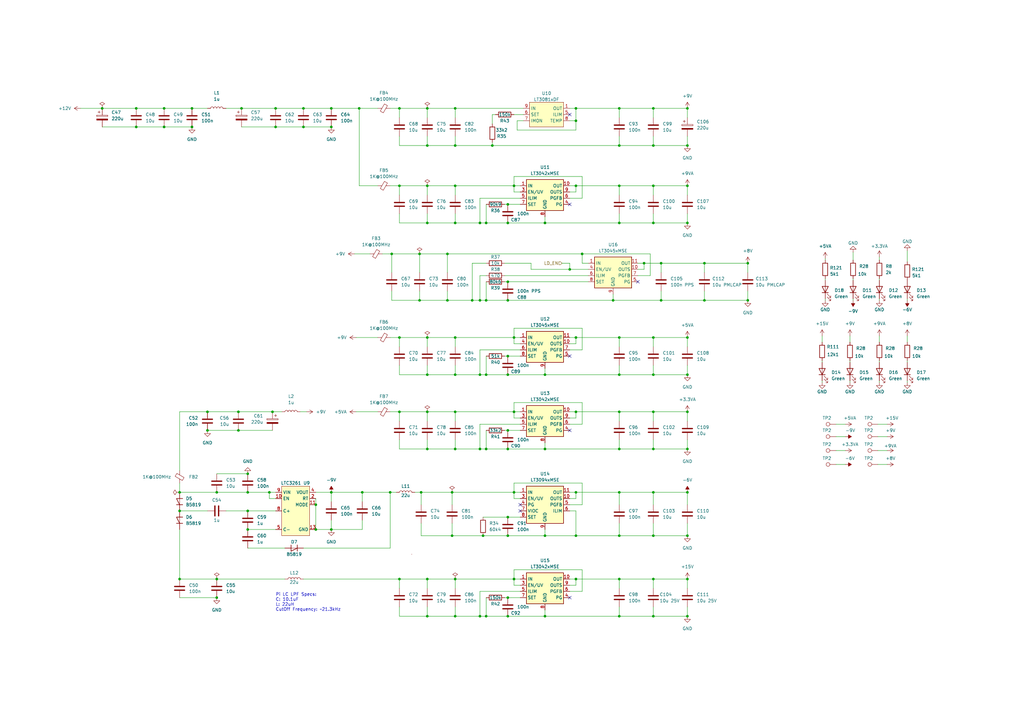
<source format=kicad_sch>
(kicad_sch (version 20230121) (generator eeschema)
  (paper "A3")
  (title_block (title "analog supply") (date "2023-11-09") (rev "r0_3") (company "M-Labs Limited") (comment 1 "Linus Woo Chun Kit"))
  (junction (at 175.26 237.49))
  (junction (at 223.52 184.15))
  (junction (at 236.22 76.2))
  (junction (at 210.82 201.93))
  (junction (at 78.74 44.45))
  (junction (at 210.82 76.2))
  (junction (at 236.22 168.91))
  (junction (at 185.42 219.71))
  (junction (at 101.6 217.17))
  (junction (at 254 184.15))
  (junction (at 208.28 245.11))
  (junction (at 185.42 201.93))
  (junction (at 208.28 176.53))
  (junction (at 135.89 217.17))
  (junction (at 147.32 44.45))
  (junction (at 193.675 123.19))
  (junction (at 210.82 138.43))
  (junction (at 254 91.44))
  (junction (at 236.22 49.53))
  (junction (at 208.28 252.73))
  (junction (at 196.85 184.15))
  (junction (at 88.9 237.49))
  (junction (at 199.39 252.73))
  (junction (at 186.69 138.43))
  (junction (at 208.28 184.15))
  (junction (at 78.74 52.07))
  (junction (at 254 44.45))
  (junction (at 238.76 104.14))
  (junction (at 267.97 76.2))
  (junction (at 199.39 153.67))
  (junction (at 254 237.49))
  (junction (at 111.76 168.91))
  (junction (at 163.83 76.2))
  (junction (at 306.705 107.95))
  (junction (at 160.02 201.93))
  (junction (at 99.06 44.45))
  (junction (at 67.31 52.07))
  (junction (at 175.26 59.69))
  (junction (at 267.97 201.93))
  (junction (at 113.03 52.07))
  (junction (at 175.26 153.67))
  (junction (at 175.26 91.44))
  (junction (at 41.91 44.45))
  (junction (at 281.94 138.43))
  (junction (at 267.97 138.43))
  (junction (at 172.085 104.14))
  (junction (at 85.09 168.91))
  (junction (at 196.85 91.44))
  (junction (at 199.39 123.19))
  (junction (at 267.97 252.73))
  (junction (at 281.94 237.49))
  (junction (at 186.69 252.73))
  (junction (at 208.28 123.19))
  (junction (at 254 219.71))
  (junction (at 97.79 168.91))
  (junction (at 148.59 201.93))
  (junction (at 223.52 153.67))
  (junction (at 223.52 91.44))
  (junction (at 236.22 44.45))
  (junction (at 101.6 209.55))
  (junction (at 281.94 76.2))
  (junction (at 281.94 201.93))
  (junction (at 281.94 168.91))
  (junction (at 183.515 104.14))
  (junction (at 306.705 123.19))
  (junction (at 281.94 44.45))
  (junction (at 186.69 237.49))
  (junction (at 186.69 184.15))
  (junction (at 163.83 168.91))
  (junction (at 236.22 219.71))
  (junction (at 254 168.91))
  (junction (at 281.94 252.73))
  (junction (at 251.46 123.19))
  (junction (at 186.69 76.2))
  (junction (at 198.12 219.71))
  (junction (at 281.94 184.15))
  (junction (at 267.97 44.45))
  (junction (at 135.89 201.93))
  (junction (at 233.68 110.49))
  (junction (at 186.69 91.44))
  (junction (at 267.97 168.91))
  (junction (at 175.26 168.91))
  (junction (at 281.94 219.71))
  (junction (at 186.69 59.69))
  (junction (at 208.28 83.82))
  (junction (at 135.89 52.07))
  (junction (at 236.22 201.93))
  (junction (at 113.03 44.45))
  (junction (at 254 153.67))
  (junction (at 254 138.43))
  (junction (at 210.82 168.91))
  (junction (at 281.94 91.44))
  (junction (at 254 59.69))
  (junction (at 267.97 184.15))
  (junction (at 288.925 123.19))
  (junction (at 254 76.2))
  (junction (at 101.6 201.93))
  (junction (at 163.83 138.43))
  (junction (at 183.515 123.19))
  (junction (at 175.26 252.73))
  (junction (at 135.89 44.45))
  (junction (at 196.85 123.19))
  (junction (at 208.28 91.44))
  (junction (at 208.28 153.67))
  (junction (at 73.66 209.55))
  (junction (at 201.93 59.69))
  (junction (at 267.97 237.49))
  (junction (at 208.28 212.09))
  (junction (at 196.85 252.73))
  (junction (at 124.46 52.07))
  (junction (at 175.26 184.15))
  (junction (at 160.655 104.14))
  (junction (at 186.69 153.67))
  (junction (at 88.9 201.93))
  (junction (at 254 201.93))
  (junction (at 85.09 176.53))
  (junction (at 110.49 201.93))
  (junction (at 208.28 115.57))
  (junction (at 264.16 107.95))
  (junction (at 267.97 219.71))
  (junction (at 208.28 146.05))
  (junction (at 223.52 252.73))
  (junction (at 73.66 201.93))
  (junction (at 172.085 123.19))
  (junction (at 281.94 59.69))
  (junction (at 97.79 176.53))
  (junction (at 267.97 59.69))
  (junction (at 55.88 52.07))
  (junction (at 236.22 237.49))
  (junction (at 281.94 153.67))
  (junction (at 223.52 219.71))
  (junction (at 208.28 219.71))
  (junction (at 288.925 107.95))
  (junction (at 175.26 76.2))
  (junction (at 175.26 138.43))
  (junction (at 163.83 44.45))
  (junction (at 199.39 184.15))
  (junction (at 101.6 194.31))
  (junction (at 88.9 245.11))
  (junction (at 267.97 91.44))
  (junction (at 271.145 123.19))
  (junction (at 175.26 44.45))
  (junction (at 210.82 237.49))
  (junction (at 254 252.73))
  (junction (at 73.66 237.49))
  (junction (at 163.83 237.49))
  (junction (at 186.69 168.91))
  (junction (at 129.54 207.01))
  (junction (at 67.31 44.45))
  (junction (at 267.97 153.67))
  (junction (at 124.46 44.45))
  (junction (at 55.88 44.45))
  (junction (at 186.69 44.45))
  (junction (at 271.145 107.95))
  (junction (at 129.54 217.17))
  (junction (at 172.72 201.93))
  (junction (at 236.22 138.43))
  (junction (at 199.39 91.44))
  (junction (at 196.85 153.67))
  (no_connect (at 233.68 176.53))
  (no_connect (at 233.68 245.11))
  (no_connect (at 261.62 115.57))
  (no_connect (at 233.68 46.99))
  (no_connect (at 213.36 209.55))
  (no_connect (at 213.36 207.01))
  (no_connect (at 233.68 83.82))
  (no_connect (at 233.68 146.05))
  (wire (pts (xy 88.9 201.93) (xy 101.6 201.93)))
  (wire (pts (xy 207.01 176.53) (xy 208.28 176.53)))
  (wire (pts (xy 267.97 214.63) (xy 267.97 219.71)))
  (wire (pts (xy 267.97 153.67) (xy 267.97 149.86)))
  (wire (pts (xy 196.85 81.28) (xy 196.85 91.44)))
  (wire (pts (xy 175.26 241.3) (xy 175.26 237.49)))
  (wire (pts (xy 124.46 237.49) (xy 163.83 237.49)))
  (wire (pts (xy 254 237.49) (xy 254 241.3)))
  (wire (pts (xy 233.68 140.97) (xy 236.22 140.97)))
  (wire (pts (xy 148.59 201.93) (xy 148.59 205.74)))
  (wire (pts (xy 281.94 252.73) (xy 281.94 248.92)))
  (wire (pts (xy 271.145 107.95) (xy 271.145 111.76)))
  (wire (pts (xy 135.89 213.36) (xy 135.89 217.17)))
  (wire (pts (xy 163.83 252.73) (xy 163.83 248.92)))
  (wire (pts (xy 208.28 176.53) (xy 213.36 176.53)))
  (wire (pts (xy 349.885 106.68) (xy 349.885 103.505)))
  (wire (pts (xy 124.46 44.45) (xy 135.89 44.45)))
  (wire (pts (xy 135.89 217.17) (xy 129.54 217.17)))
  (wire (pts (xy 201.93 58.42) (xy 201.93 59.69)))
  (wire (pts (xy 196.85 91.44) (xy 199.39 91.44)))
  (wire (pts (xy 288.925 107.95) (xy 288.925 111.76)))
  (wire (pts (xy 342.9 179.07) (xy 346.71 179.07)))
  (wire (pts (xy 267.97 252.73) (xy 281.94 252.73)))
  (wire (pts (xy 156.845 104.14) (xy 160.655 104.14)))
  (wire (pts (xy 186.69 172.72) (xy 186.69 168.91)))
  (wire (pts (xy 196.85 113.03) (xy 199.39 113.03)))
  (wire (pts (xy 236.22 219.71) (xy 223.52 219.71)))
  (wire (pts (xy 172.085 123.19) (xy 183.515 123.19)))
  (wire (pts (xy 175.26 252.73) (xy 175.26 248.92)))
  (wire (pts (xy 183.515 123.19) (xy 193.675 123.19)))
  (wire (pts (xy 185.42 219.71) (xy 198.12 219.71)))
  (wire (pts (xy 201.93 50.8) (xy 201.93 46.99)))
  (wire (pts (xy 267.97 153.67) (xy 281.94 153.67)))
  (wire (pts (xy 85.09 176.53) (xy 97.79 176.53)))
  (wire (pts (xy 207.01 115.57) (xy 208.28 115.57)))
  (wire (pts (xy 172.085 123.19) (xy 172.085 119.38)))
  (wire (pts (xy 210.82 76.2) (xy 213.36 76.2)))
  (wire (pts (xy 85.09 168.91) (xy 97.79 168.91)))
  (wire (pts (xy 342.9 184.785) (xy 346.71 184.785)))
  (wire (pts (xy 163.83 59.69) (xy 175.26 59.69)))
  (wire (pts (xy 210.82 237.49) (xy 213.36 237.49)))
  (wire (pts (xy 254 219.71) (xy 254 214.63)))
  (wire (pts (xy 199.39 184.15) (xy 208.28 184.15)))
  (wire (pts (xy 129.54 201.93) (xy 135.89 201.93)))
  (wire (pts (xy 175.26 142.24) (xy 175.26 138.43)))
  (wire (pts (xy 337.185 137.795) (xy 337.185 140.335)))
  (wire (pts (xy 199.39 252.73) (xy 208.28 252.73)))
  (wire (pts (xy 170.18 201.93) (xy 172.72 201.93)))
  (wire (pts (xy 186.69 80.01) (xy 186.69 76.2)))
  (wire (pts (xy 199.39 245.11) (xy 199.39 252.73)))
  (wire (pts (xy 172.72 214.63) (xy 172.72 219.71)))
  (wire (pts (xy 92.71 209.55) (xy 101.6 209.55)))
  (wire (pts (xy 183.515 104.14) (xy 238.76 104.14)))
  (wire (pts (xy 208.28 184.15) (xy 223.52 184.15)))
  (wire (pts (xy 175.26 184.15) (xy 186.69 184.15)))
  (wire (pts (xy 208.28 91.44) (xy 223.52 91.44)))
  (wire (pts (xy 213.36 204.47) (xy 210.82 204.47)))
  (wire (pts (xy 135.89 44.45) (xy 147.32 44.45)))
  (wire (pts (xy 254 219.71) (xy 267.97 219.71)))
  (wire (pts (xy 208.28 115.57) (xy 241.3 115.57)))
  (wire (pts (xy 163.83 252.73) (xy 175.26 252.73)))
  (wire (pts (xy 185.42 201.93) (xy 210.82 201.93)))
  (wire (pts (xy 186.69 168.91) (xy 210.82 168.91)))
  (wire (pts (xy 199.39 115.57) (xy 199.39 123.19)))
  (wire (pts (xy 175.26 76.2) (xy 186.69 76.2)))
  (wire (pts (xy 186.69 91.44) (xy 186.69 87.63)))
  (wire (pts (xy 199.39 146.05) (xy 199.39 153.67)))
  (wire (pts (xy 254 153.67) (xy 254 149.86)))
  (wire (pts (xy 238.76 134.62) (xy 210.82 134.62)))
  (wire (pts (xy 199.39 153.67) (xy 208.28 153.67)))
  (wire (pts (xy 172.72 219.71) (xy 185.42 219.71)))
  (wire (pts (xy 223.52 91.44) (xy 254 91.44)))
  (wire (pts (xy 236.22 240.03) (xy 236.22 237.49)))
  (wire (pts (xy 101.6 224.79) (xy 116.84 224.79)))
  (wire (pts (xy 198.12 219.71) (xy 208.28 219.71)))
  (wire (pts (xy 254 184.15) (xy 254 180.34)))
  (wire (pts (xy 210.82 140.97) (xy 210.82 138.43)))
  (wire (pts (xy 55.88 52.07) (xy 67.31 52.07)))
  (wire (pts (xy 196.85 81.28) (xy 213.36 81.28)))
  (wire (pts (xy 267.97 59.69) (xy 254 59.69)))
  (wire (pts (xy 212.09 49.53) (xy 214.63 49.53)))
  (wire (pts (xy 271.145 107.95) (xy 288.925 107.95)))
  (wire (pts (xy 267.97 91.44) (xy 267.97 87.63)))
  (wire (pts (xy 223.52 250.19) (xy 223.52 252.73)))
  (wire (pts (xy 271.145 123.19) (xy 271.145 119.38)))
  (wire (pts (xy 254 201.93) (xy 267.97 201.93)))
  (wire (pts (xy 372.11 140.335) (xy 372.11 137.795)))
  (wire (pts (xy 360.68 114.3) (xy 360.68 114.935)))
  (wire (pts (xy 186.69 44.45) (xy 214.63 44.45)))
  (wire (pts (xy 196.85 173.99) (xy 213.36 173.99)))
  (wire (pts (xy 360.045 184.785) (xy 363.855 184.785)))
  (wire (pts (xy 175.26 184.15) (xy 175.26 180.34)))
  (wire (pts (xy 261.62 113.03) (xy 266.7 113.03)))
  (wire (pts (xy 238.76 107.95) (xy 241.3 107.95)))
  (wire (pts (xy 186.69 241.3) (xy 186.69 237.49)))
  (wire (pts (xy 254 237.49) (xy 267.97 237.49)))
  (wire (pts (xy 146.05 168.91) (xy 154.94 168.91)))
  (wire (pts (xy 236.22 237.49) (xy 254 237.49)))
  (wire (pts (xy 210.82 201.93) (xy 213.36 201.93)))
  (wire (pts (xy 236.22 44.45) (xy 236.22 49.53)))
  (wire (pts (xy 207.01 245.11) (xy 208.28 245.11)))
  (wire (pts (xy 210.82 78.74) (xy 210.82 76.2)))
  (wire (pts (xy 196.85 252.73) (xy 199.39 252.73)))
  (wire (pts (xy 186.69 153.67) (xy 196.85 153.67)))
  (wire (pts (xy 236.22 219.71) (xy 254 219.71)))
  (wire (pts (xy 210.82 138.43) (xy 213.36 138.43)))
  (wire (pts (xy 73.66 237.49) (xy 88.9 237.49)))
  (wire (pts (xy 73.66 198.12) (xy 73.66 201.93)))
  (wire (pts (xy 337.185 148.59) (xy 337.185 147.955)))
  (wire (pts (xy 238.76 173.99) (xy 238.76 165.1)))
  (wire (pts (xy 175.26 172.72) (xy 175.26 168.91)))
  (wire (pts (xy 113.03 52.07) (xy 124.46 52.07)))
  (wire (pts (xy 73.66 237.49) (xy 73.66 217.17)))
  (wire (pts (xy 238.76 165.1) (xy 210.82 165.1)))
  (wire (pts (xy 208.28 123.19) (xy 251.46 123.19)))
  (wire (pts (xy 199.39 107.95) (xy 193.675 107.95)))
  (wire (pts (xy 113.03 44.45) (xy 124.46 44.45)))
  (wire (pts (xy 281.94 76.2) (xy 281.94 80.01)))
  (wire (pts (xy 163.83 172.72) (xy 163.83 168.91)))
  (wire (pts (xy 281.94 184.15) (xy 281.94 180.34)))
  (wire (pts (xy 201.93 46.99) (xy 203.2 46.99)))
  (wire (pts (xy 266.7 104.14) (xy 238.76 104.14)))
  (wire (pts (xy 210.82 240.03) (xy 210.82 237.49)))
  (wire (pts (xy 281.94 168.91) (xy 281.94 172.72)))
  (wire (pts (xy 160.655 104.14) (xy 172.085 104.14)))
  (wire (pts (xy 233.68 143.51) (xy 238.76 143.51)))
  (wire (pts (xy 254 48.26) (xy 254 44.45)))
  (wire (pts (xy 196.85 113.03) (xy 196.85 123.19)))
  (wire (pts (xy 236.22 201.93) (xy 254 201.93)))
  (wire (pts (xy 175.26 168.91) (xy 186.69 168.91)))
  (wire (pts (xy 233.68 240.03) (xy 236.22 240.03)))
  (wire (pts (xy 201.93 59.69) (xy 254 59.69)))
  (wire (pts (xy 175.26 44.45) (xy 186.69 44.45)))
  (wire (pts (xy 160.02 44.45) (xy 163.83 44.45)))
  (wire (pts (xy 124.46 52.07) (xy 135.89 52.07)))
  (wire (pts (xy 236.22 138.43) (xy 254 138.43)))
  (wire (pts (xy 110.49 201.93) (xy 113.03 201.93)))
  (wire (pts (xy 360.045 179.07) (xy 363.855 179.07)))
  (wire (pts (xy 233.68 173.99) (xy 238.76 173.99)))
  (wire (pts (xy 217.805 107.95) (xy 217.805 110.49)))
  (wire (pts (xy 210.82 134.62) (xy 210.82 138.43)))
  (wire (pts (xy 267.97 76.2) (xy 267.97 80.01)))
  (wire (pts (xy 267.97 138.43) (xy 281.94 138.43)))
  (wire (pts (xy 254 44.45) (xy 267.97 44.45)))
  (wire (pts (xy 254 91.44) (xy 267.97 91.44)))
  (wire (pts (xy 288.925 123.19) (xy 288.925 119.38)))
  (wire (pts (xy 266.7 113.03) (xy 266.7 104.14)))
  (wire (pts (xy 223.52 151.13) (xy 223.52 153.67)))
  (wire (pts (xy 233.68 110.49) (xy 241.3 110.49)))
  (wire (pts (xy 233.68 138.43) (xy 236.22 138.43)))
  (wire (pts (xy 163.83 59.69) (xy 163.83 55.88)))
  (wire (pts (xy 233.68 81.28) (xy 238.76 81.28)))
  (wire (pts (xy 196.85 153.67) (xy 199.39 153.67)))
  (wire (pts (xy 160.655 123.19) (xy 172.085 123.19)))
  (wire (pts (xy 223.52 181.61) (xy 223.52 184.15)))
  (wire (pts (xy 113.03 204.47) (xy 110.49 204.47)))
  (wire (pts (xy 73.66 245.11) (xy 88.9 245.11)))
  (wire (pts (xy 186.69 59.69) (xy 201.93 59.69)))
  (wire (pts (xy 186.69 153.67) (xy 186.69 149.86)))
  (wire (pts (xy 183.515 123.19) (xy 183.515 119.38)))
  (wire (pts (xy 233.68 76.2) (xy 236.22 76.2)))
  (wire (pts (xy 185.42 214.63) (xy 185.42 219.71)))
  (wire (pts (xy 208.28 252.73) (xy 223.52 252.73)))
  (wire (pts (xy 348.615 148.59) (xy 348.615 147.955)))
  (wire (pts (xy 175.26 252.73) (xy 186.69 252.73)))
  (wire (pts (xy 186.69 48.26) (xy 186.69 44.45)))
  (wire (pts (xy 135.89 201.93) (xy 148.59 201.93)))
  (wire (pts (xy 115.57 168.91) (xy 111.76 168.91)))
  (wire (pts (xy 123.19 168.91) (xy 125.73 168.91)))
  (wire (pts (xy 267.97 44.45) (xy 281.94 44.45)))
  (wire (pts (xy 199.39 176.53) (xy 199.39 184.15)))
  (wire (pts (xy 254 168.91) (xy 254 172.72)))
  (wire (pts (xy 254 201.93) (xy 254 207.01)))
  (wire (pts (xy 185.42 201.93) (xy 185.42 207.01)))
  (wire (pts (xy 135.89 201.93) (xy 135.89 205.74)))
  (wire (pts (xy 213.36 78.74) (xy 210.82 78.74)))
  (wire (pts (xy 267.97 48.26) (xy 267.97 44.45)))
  (wire (pts (xy 163.83 237.49) (xy 175.26 237.49)))
  (wire (pts (xy 196.85 143.51) (xy 213.36 143.51)))
  (wire (pts (xy 186.69 252.73) (xy 186.69 248.92)))
  (wire (pts (xy 175.26 153.67) (xy 175.26 149.86)))
  (wire (pts (xy 233.68 168.91) (xy 236.22 168.91)))
  (wire (pts (xy 212.09 49.53) (xy 212.09 53.34)))
  (wire (pts (xy 372.11 102.87) (xy 372.11 107.315)))
  (wire (pts (xy 186.69 138.43) (xy 210.82 138.43)))
  (wire (pts (xy 236.22 49.53) (xy 233.68 49.53)))
  (wire (pts (xy 271.145 123.19) (xy 288.925 123.19)))
  (wire (pts (xy 338.455 114.935) (xy 338.455 114.3)))
  (wire (pts (xy 233.68 171.45) (xy 236.22 171.45)))
  (wire (pts (xy 254 91.44) (xy 254 87.63)))
  (wire (pts (xy 238.76 81.28) (xy 238.76 72.39)))
  (wire (pts (xy 213.36 240.03) (xy 210.82 240.03)))
  (wire (pts (xy 236.22 209.55) (xy 236.22 219.71)))
  (wire (pts (xy 163.83 80.01) (xy 163.83 76.2)))
  (wire (pts (xy 254 153.67) (xy 267.97 153.67)))
  (wire (pts (xy 101.6 217.17) (xy 113.03 217.17)))
  (wire (pts (xy 163.83 241.3) (xy 163.83 237.49)))
  (wire (pts (xy 233.68 242.57) (xy 238.76 242.57)))
  (wire (pts (xy 236.22 168.91) (xy 254 168.91)))
  (wire (pts (xy 223.52 219.71) (xy 223.52 217.17)))
  (wire (pts (xy 160.02 224.79) (xy 160.02 201.93)))
  (wire (pts (xy 163.83 48.26) (xy 163.83 44.45)))
  (wire (pts (xy 236.22 53.34) (xy 236.22 49.53)))
  (wire (pts (xy 78.74 44.45) (xy 85.09 44.45)))
  (wire (pts (xy 267.97 201.93) (xy 281.94 201.93)))
  (wire (pts (xy 148.59 217.17) (xy 135.89 217.17)))
  (wire (pts (xy 92.71 44.45) (xy 99.06 44.45)))
  (wire (pts (xy 338.455 106.045) (xy 338.455 106.68)))
  (wire (pts (xy 281.94 44.45) (xy 281.94 48.26)))
  (wire (pts (xy 175.26 48.26) (xy 175.26 44.45)))
  (wire (pts (xy 163.83 153.67) (xy 175.26 153.67)))
  (wire (pts (xy 175.26 153.67) (xy 186.69 153.67)))
  (wire (pts (xy 267.97 237.49) (xy 281.94 237.49)))
  (wire (pts (xy 172.085 111.76) (xy 172.085 104.14)))
  (wire (pts (xy 207.01 107.95) (xy 217.805 107.95)))
  (wire (pts (xy 110.49 204.47) (xy 110.49 201.93)))
  (wire (pts (xy 175.26 59.69) (xy 175.26 55.88)))
  (wire (pts (xy 210.82 168.91) (xy 213.36 168.91)))
  (wire (pts (xy 267.97 201.93) (xy 267.97 207.01)))
  (wire (pts (xy 198.12 212.09) (xy 208.28 212.09)))
  (wire (pts (xy 342.9 190.5) (xy 346.71 190.5)))
  (wire (pts (xy 254 252.73) (xy 254 248.92)))
  (wire (pts (xy 233.68 78.74) (xy 236.22 78.74)))
  (wire (pts (xy 172.72 201.93) (xy 172.72 207.01)))
  (wire (pts (xy 33.02 44.45) (xy 41.91 44.45)))
  (wire (pts (xy 238.76 72.39) (xy 210.82 72.39)))
  (wire (pts (xy 199.39 123.19) (xy 208.28 123.19)))
  (wire (pts (xy 254 252.73) (xy 267.97 252.73)))
  (wire (pts (xy 264.16 107.95) (xy 271.145 107.95)))
  (wire (pts (xy 236.22 140.97) (xy 236.22 138.43)))
  (wire (pts (xy 129.54 207.01) (xy 129.54 217.17)))
  (wire (pts (xy 267.97 252.73) (xy 267.97 248.92)))
  (wire (pts (xy 261.62 110.49) (xy 264.16 110.49)))
  (wire (pts (xy 41.91 44.45) (xy 55.88 44.45)))
  (wire (pts (xy 186.69 59.69) (xy 186.69 55.88)))
  (wire (pts (xy 163.83 76.2) (xy 175.26 76.2)))
  (wire (pts (xy 154.94 76.2) (xy 147.32 76.2)))
  (wire (pts (xy 254 55.88) (xy 254 59.69)))
  (wire (pts (xy 163.83 153.67) (xy 163.83 149.86)))
  (wire (pts (xy 288.925 123.19) (xy 306.705 123.19)))
  (wire (pts (xy 172.085 104.14) (xy 183.515 104.14)))
  (wire (pts (xy 196.85 242.57) (xy 196.85 252.73)))
  (wire (pts (xy 267.97 91.44) (xy 281.94 91.44)))
  (wire (pts (xy 360.045 173.99) (xy 363.855 173.99)))
  (wire (pts (xy 73.66 209.55) (xy 85.09 209.55)))
  (wire (pts (xy 186.69 237.49) (xy 210.82 237.49)))
  (wire (pts (xy 101.6 201.93) (xy 110.49 201.93)))
  (wire (pts (xy 99.06 44.45) (xy 113.03 44.45)))
  (wire (pts (xy 186.69 184.15) (xy 186.69 180.34)))
  (wire (pts (xy 264.16 110.49) (xy 264.16 107.95)))
  (wire (pts (xy 73.66 168.91) (xy 73.66 193.04)))
  (wire (pts (xy 210.82 46.99) (xy 214.63 46.99)))
  (wire (pts (xy 147.32 44.45) (xy 147.32 76.2)))
  (wire (pts (xy 145.415 104.14) (xy 151.765 104.14)))
  (wire (pts (xy 349.885 114.935) (xy 349.885 114.3)))
  (wire (pts (xy 88.9 237.49) (xy 116.84 237.49)))
  (wire (pts (xy 175.26 91.44) (xy 186.69 91.44)))
  (wire (pts (xy 261.62 107.95) (xy 264.16 107.95)))
  (wire (pts (xy 210.82 72.39) (xy 210.82 76.2)))
  (wire (pts (xy 254 76.2) (xy 267.97 76.2)))
  (wire (pts (xy 233.68 237.49) (xy 236.22 237.49)))
  (wire (pts (xy 193.675 123.19) (xy 196.85 123.19)))
  (wire (pts (xy 196.85 123.19) (xy 199.39 123.19)))
  (wire (pts (xy 238.76 198.12) (xy 210.82 198.12)))
  (wire (pts (xy 233.68 44.45) (xy 236.22 44.45)))
  (wire (pts (xy 146.05 138.43) (xy 154.94 138.43)))
  (wire (pts (xy 196.85 143.51) (xy 196.85 153.67)))
  (wire (pts (xy 281.94 91.44) (xy 281.94 87.63)))
  (wire (pts (xy 41.91 52.07) (xy 55.88 52.07)))
  (wire (pts (xy 338.455 123.19) (xy 338.455 122.555)))
  (wire (pts (xy 196.85 173.99) (xy 196.85 184.15)))
  (wire (pts (xy 281.94 138.43) (xy 281.94 142.24)))
  (wire (pts (xy 281.94 153.67) (xy 281.94 149.86)))
  (wire (pts (xy 233.68 204.47) (xy 236.22 204.47)))
  (wire (pts (xy 199.39 91.44) (xy 208.28 91.44)))
  (wire (pts (xy 230.505 107.95) (xy 233.68 107.95)))
  (wire (pts (xy 238.76 207.01) (xy 238.76 198.12)))
  (wire (pts (xy 372.11 122.555) (xy 372.11 123.19)))
  (wire (pts (xy 163.83 168.91) (xy 175.26 168.91)))
  (wire (pts (xy 236.22 78.74) (xy 236.22 76.2)))
  (wire (pts (xy 207.01 146.05) (xy 208.28 146.05)))
  (wire (pts (xy 196.85 184.15) (xy 199.39 184.15)))
  (wire (pts (xy 233.68 107.95) (xy 233.68 110.49)))
  (wire (pts (xy 212.09 53.34) (xy 236.22 53.34)))
  (wire (pts (xy 196.85 242.57) (xy 213.36 242.57)))
  (wire (pts (xy 208.28 153.67) (xy 223.52 153.67)))
  (wire (pts (xy 210.82 171.45) (xy 210.82 168.91)))
  (wire (pts (xy 186.69 76.2) (xy 210.82 76.2)))
  (wire (pts (xy 210.82 198.12) (xy 210.82 201.93)))
  (wire (pts (xy 147.32 44.45) (xy 154.94 44.45)))
  (wire (pts (xy 213.36 140.97) (xy 210.82 140.97)))
  (wire (pts (xy 238.76 242.57) (xy 238.76 233.68)))
  (wire (pts (xy 88.9 194.31) (xy 101.6 194.31)))
  (wire (pts (xy 306.705 123.19) (xy 306.705 119.38)))
  (wire (pts (xy 267.97 168.91) (xy 267.97 172.72)))
  (wire (pts (xy 267.97 76.2) (xy 281.94 76.2)))
  (wire (pts (xy 186.69 142.24) (xy 186.69 138.43)))
  (wire (pts (xy 281.94 55.88) (xy 281.94 59.69)))
  (wire (pts (xy 67.31 52.07) (xy 78.74 52.07)))
  (wire (pts (xy 210.82 204.47) (xy 210.82 201.93)))
  (wire (pts (xy 360.68 156.845) (xy 360.68 156.21)))
  (wire (pts (xy 372.11 148.59) (xy 372.11 147.955)))
  (wire (pts (xy 342.9 173.99) (xy 346.71 173.99)))
  (wire (pts (xy 238.76 233.68) (xy 210.82 233.68)))
  (wire (pts (xy 254 138.43) (xy 267.97 138.43)))
  (wire (pts (xy 251.46 120.65) (xy 251.46 123.19)))
  (wire (pts (xy 267.97 219.71) (xy 281.94 219.71)))
  (wire (pts (xy 208.28 245.11) (xy 213.36 245.11)))
  (wire (pts (xy 223.52 88.9) (xy 223.52 91.44)))
  (wire (pts (xy 73.66 168.91) (xy 85.09 168.91)))
  (wire (pts (xy 360.68 106.68) (xy 360.68 105.41)))
  (wire (pts (xy 267.97 237.49) (xy 267.97 241.3)))
  (wire (pts (xy 254 184.15) (xy 267.97 184.15)))
  (wire (pts (xy 360.045 190.5) (xy 363.855 190.5)))
  (wire (pts (xy 236.22 171.45) (xy 236.22 168.91)))
  (wire (pts (xy 210.82 233.68) (xy 210.82 237.49)))
  (wire (pts (xy 160.655 111.76) (xy 160.655 104.14)))
  (wire (pts (xy 372.11 156.845) (xy 372.11 156.21)))
  (wire (pts (xy 55.88 44.45) (xy 67.31 44.45)))
  (wire (pts (xy 199.39 83.82) (xy 199.39 91.44)))
  (wire (pts (xy 160.02 168.91) (xy 163.83 168.91)))
  (wire (pts (xy 124.46 224.79) (xy 160.02 224.79)))
  (wire (pts (xy 254 138.43) (xy 254 142.24)))
  (wire (pts (xy 208.28 212.09) (xy 213.36 212.09)))
  (wire (pts (xy 210.82 165.1) (xy 210.82 168.91)))
  (wire (pts (xy 288.925 107.95) (xy 306.705 107.95)))
  (wire (pts (xy 160.02 76.2) (xy 163.83 76.2)))
  (wire (pts (xy 160.655 123.19) (xy 160.655 119.38)))
  (wire (pts (xy 67.31 44.45) (xy 78.74 44.45)))
  (wire (pts (xy 175.26 59.69) (xy 186.69 59.69)))
  (wire (pts (xy 163.83 184.15) (xy 175.26 184.15)))
  (wire (pts (xy 208.28 146.05) (xy 213.36 146.05)))
  (wire (pts (xy 175.26 237.49) (xy 186.69 237.49)))
  (wire (pts (xy 254 168.91) (xy 267.97 168.91)))
  (wire (pts (xy 111.76 168.91) (xy 97.79 168.91)))
  (wire (pts (xy 348.615 140.335) (xy 348.615 137.795)))
  (wire (pts (xy 183.515 111.76) (xy 183.515 104.14)))
  (wire (pts (xy 160.02 201.93) (xy 148.59 201.93)))
  (wire (pts (xy 348.615 156.21) (xy 348.615 156.845)))
  (wire (pts (xy 172.72 201.93) (xy 185.42 201.93)))
  (wire (pts (xy 175.26 91.44) (xy 175.26 87.63)))
  (wire (pts (xy 281.94 201.93) (xy 281.94 207.01)))
  (wire (pts (xy 99.06 52.07) (xy 113.03 52.07)))
  (wire (pts (xy 101.6 209.55) (xy 113.03 209.55)))
  (wire (pts (xy 223.52 153.67) (xy 254 153.67)))
  (wire (pts (xy 238.76 143.51) (xy 238.76 134.62)))
  (wire (pts (xy 73.66 201.93) (xy 88.9 201.93)))
  (wire (pts (xy 175.26 138.43) (xy 186.69 138.43)))
  (wire (pts (xy 360.68 148.59) (xy 360.68 147.955)))
  (wire (pts (xy 267.97 168.91) (xy 281.94 168.91)))
  (wire (pts (xy 233.68 207.01) (xy 238.76 207.01)))
  (wire (pts (xy 163.83 91.44) (xy 175.26 91.44)))
  (wire (pts (xy 236.22 76.2) (xy 254 76.2)))
  (wire (pts (xy 236.22 204.47) (xy 236.22 201.93)))
  (wire (pts (xy 193.675 107.95) (xy 193.675 123.19)))
  (wire (pts (xy 236.22 44.45) (xy 254 44.45)))
  (wire (pts (xy 160.02 138.43) (xy 163.83 138.43)))
  (wire (pts (xy 208.28 219.71) (xy 223.52 219.71)))
  (wire (pts (xy 236.22 209.55) (xy 233.68 209.55)))
  (wire (pts (xy 111.76 176.53) (xy 97.79 176.53)))
  (wire (pts (xy 186.69 184.15) (xy 196.85 184.15)))
  (wire (pts (xy 337.185 156.21) (xy 337.185 156.845)))
  (wire (pts (xy 267.97 184.15) (xy 267.97 180.34)))
  (wire (pts (xy 207.01 83.82) (xy 208.28 83.82)))
  (wire (pts (xy 267.97 138.43) (xy 267.97 142.24)))
  (wire (pts (xy 217.805 110.49) (xy 233.68 110.49)))
  (wire (pts (xy 213.36 171.45) (xy 210.82 171.45)))
  (wire (pts (xy 349.885 122.555) (xy 349.885 123.19)))
  (wire (pts (xy 360.68 140.335) (xy 360.68 137.795)))
  (wire (pts (xy 233.68 201.93) (xy 236.22 201.93)))
  (wire (pts (xy 254 76.2) (xy 254 80.01)))
  (wire (pts (xy 251.46 123.19) (xy 271.145 123.19)))
  (wire (pts (xy 163.83 44.45) (xy 175.26 44.45)))
  (wire (pts (xy 223.52 184.15) (xy 254 184.15)))
  (wire (pts (xy 163.83 138.43) (xy 175.26 138.43)))
  (wire (pts (xy 208.28 83.82) (xy 213.36 83.82)))
  (wire (pts (xy 186.69 91.44) (xy 196.85 91.44)))
  (wire (pts (xy 163.83 91.44) (xy 163.83 87.63)))
  (wire (pts (xy 306.705 107.95) (xy 306.705 111.76)))
  (wire (pts (xy 360.68 122.555) (xy 360.68 123.19)))
  (wire (pts (xy 281.94 237.49) (xy 281.94 241.3)))
  (wire (pts (xy 148.59 213.36) (xy 148.59 217.17)))
  (wire (pts (xy 267.97 55.88) (xy 267.97 59.69)))
  (wire (pts (xy 129.54 204.47) (xy 129.54 207.01)))
  (wire (pts (xy 267.97 59.69) (xy 281.94 59.69)))
  (wire (pts (xy 223.52 252.73) (xy 254 252.73)))
  (wire (pts (xy 186.69 252.73) (xy 196.85 252.73)))
  (wire (pts (xy 267.97 184.15) (xy 281.94 184.15)))
  (wire (pts (xy 238.76 104.14) (xy 238.76 107.95)))
  (wire (pts (xy 160.02 201.93) (xy 162.56 201.93)))
  (wire (pts (xy 281.94 214.63) (xy 281.94 219.71)))
  (wire (pts (xy 175.26 80.01) (xy 175.26 76.2)))
  (wire (pts (xy 163.83 184.15) (xy 163.83 180.34)))
  (wire (pts (xy 207.01 113.03) (xy 241.3 113.03)))
  (wire (pts (xy 163.83 142.24) (xy 163.83 138.43)))
  (text "Pi LC LPF Specs:\nC: 10.1uF\nL: 22uH\nCutOff Frequency: ~21.3kHz" (at 113.03 250.825 0) (effects (font (size 1.27 1.27)) (justify left bottom)))
  (hierarchical_label "LD_EN" (shape input) (at 230.505 107.95 180))
  (symbol (lib_id "Device:R") (at 198.12 215.9 0) (unit 1)
    (property "Reference" "R34" (at 200.66 214.6299 0) (effects (justify left)))
    (property "Value" "60k4" (at 200.66 217.1699 0) (effects (justify left)))
    (property "Footprint" "Resistor_SMD:R_0603_1608Metric" (effects hide))
    (property "MFR_PN" "RT0603FRE0760K4L" (effects hide))
    (property "MFR_PN_ALT" "RC0603FR-0760K4L" (effects hide))
  )
  (symbol (lib_id "Device:LED") (at 349.885 118.745 90) (unit 1)
    (property "Reference" "D11" (at 353.695 119.0625 90) (effects (justify right)))
    (property "Value" "Green" (at 353.695 121.6025 90) (effects (justify right)))
    (property "Footprint" "LED_SMD:LED_0603_1608Metric" (effects hide))
    (property "MFR_PN" "150060GS75000" (effects hide))
  )
  (symbol (lib_id "Device:LED") (at 372.11 152.4 90) (unit 1)
    (property "Reference" "D17" (at 375.92 152.7175 90) (effects (justify right)))
    (property "Value" "Green" (at 375.92 155.2575 90) (effects (justify right)))
    (property "Footprint" "LED_SMD:LED_0603_1608Metric" (effects hide))
    (property "MFR_PN" "150060GS75000" (effects hide))
  )
  (symbol (lib_id "Device:C") (at 85.09 172.72 0) (mirror y) (unit 1)
    (property "Reference" "C52" (at 81.28 171.4499 0) (effects (justify left)))
    (property "Value" "100n" (at 81.28 173.9899 0) (effects (justify left)))
    (property "Footprint" "Capacitor_SMD:C_0603_1608Metric" (effects hide))
    (property "MFR_PN" "CL10B104KB8NNWC" (effects hide))
    (property "MFR_PN_ALT" "CL10B104KB8NNNL" (effects hide))
  )
  (symbol (lib_id "Device:C") (at 254 83.82 0) (unit 1)
    (property "Reference" "C94" (at 257.81 82.5499 0) (effects (justify left)))
    (property "Value" "100n" (at 257.81 85.0899 0) (effects (justify left)))
    (property "Footprint" "Capacitor_SMD:C_0603_1608Metric" (effects hide))
    (property "MFR_PN" "CL10B104KB8NNWC" (effects hide))
    (property "MFR_PN_ALT" "CL10B104KB8NNNL" (effects hide))
  )
  (symbol (lib_id "power:+5VA") (at 281.94 138.43 0) (unit 1)
    (property "Reference" "#PWR089" (effects hide))
    (property "Value" "+5VA" (at 281.94 133.35 0))
  )
  (symbol (lib_id "Device:C") (at 101.6 213.36 0) (unit 1)
    (property "Reference" "C59" (at 105.41 212.0899 0) (effects (justify left)))
    (property "Value" "1u" (at 105.41 214.6299 0) (effects (justify left)))
    (property "Footprint" "Capacitor_SMD:C_0603_1608Metric" (effects hide))
    (property "MFR_PN" "CL10B105KA8NNNC" (effects hide))
    (property "MFR_PN_ALT" "CGA3E1X7R1E105K080AC" (effects hide))
  )
  (symbol (lib_id "power:PWR_FLAG") (at 175.26 76.2 0) (unit 1)
    (property "Reference" "#FLG010" (effects hide))
    (property "Value" "PWR_FLAG" (effects hide))
  )
  (symbol (lib_id "Device:C") (at 148.59 209.55 0) (unit 1)
    (property "Reference" "C66" (at 152.4 208.2799 0) (effects (justify left)))
    (property "Value" "10u" (at 152.4 210.8199 0) (effects (justify left)))
    (property "Footprint" "Capacitor_SMD:C_0805_2012Metric" (effects hide))
    (property "MFR_PN" "CL21B106KOQNNNG" (effects hide))
    (property "MFR_PN_ALT" "CL21B106KOQNNNE" (effects hide))
  )
  (symbol (lib_id "Device:R") (at 203.2 83.82 90) (unit 1)
    (property "Reference" "R36" (at 203.2 86.36 90))
    (property "Value" "90k9" (at 203.2 83.82 90))
    (property "Footprint" "Resistor_SMD:R_0603_1608Metric" (effects hide))
    (property "MFR_PN" "RT0603FRE0790K9L" (effects hide))
    (property "MFR_PN_ALT" "ERJ-UP3F9092V" (effects hide))
  )
  (symbol (lib_id "Device:R") (at 203.2 245.11 90) (unit 1)
    (property "Reference" "R42" (at 203.2 247.65 90))
    (property "Value" "150k" (at 203.2 245.11 90))
    (property "Footprint" "Resistor_SMD:R_0603_1608Metric" (effects hide))
    (property "MFR_PN" "CRGCQ0603F150K" (effects hide))
    (property "MFR_PN_ALT" "RMCF0603FG150K" (effects hide))
  )
  (symbol (lib_id "Device:C") (at 281.94 210.82 0) (unit 1)
    (property "Reference" "C110" (at 285.75 209.5499 0) (effects (justify left)))
    (property "Value" "10u" (at 285.75 212.0899 0) (effects (justify left)))
    (property "Footprint" "Capacitor_SMD:C_0805_2012Metric" (effects hide))
    (property "MFR_PN" "GRM21BZ71E106KE15K" (effects hide))
    (property "MFR_PN_ALT" "GRM21BZ71E106KE15L" (effects hide))
  )
  (symbol (lib_id "Device:C") (at 186.69 83.82 0) (unit 1)
    (property "Reference" "C83" (at 190.5 82.5499 0) (effects (justify left)))
    (property "Value" "100n" (at 190.5 85.0899 0) (effects (justify left)))
    (property "Footprint" "Capacitor_SMD:C_0603_1608Metric" (effects hide))
    (property "MFR_PN" "CL10B104KB8NNWC" (effects hide))
    (property "MFR_PN_ALT" "CL10B104KB8NNNL" (effects hide))
  )
  (symbol (lib_id "Device:C") (at 113.03 48.26 0) (unit 1)
    (property "Reference" "C62" (at 116.84 46.9899 0) (effects (justify left)))
    (property "Value" "10u" (at 116.84 49.5299 0) (effects (justify left)))
    (property "Footprint" "Capacitor_SMD:C_0805_2012Metric" (effects hide))
    (property "MFR_PN" "CL21B106KOQNNNG" (effects hide))
    (property "MFR_PN_ALT" "CL21B106KOQNNNE" (effects hide))
  )
  (symbol (lib_id "Device:R") (at 338.455 110.49 180) (unit 1)
    (property "Reference" "R121" (at 342.9 109.855 0))
    (property "Value" "5k1" (at 342.265 112.395 0))
    (property "Footprint" "Resistor_SMD:R_0603_1608Metric" (effects hide))
    (property "MFR_PN" "RMCF0603FT5K10" (effects hide))
    (property "MFR_PN_ALT" "CR0603-FX-5101ELF" (effects hide))
    (instances (project "kirdy" (path "" (reference "R121") (unit 1)) (path "" (reference "R126") (unit 1))))
  )
  (symbol (lib_id "power:+9VA") (at 363.855 184.785 270) (unit 1)
    (property "Reference" "#PWR0212" (effects hide))
    (property "Value" "+9VA" (at 362.585 182.88 90) (effects (justify left)))
  )
  (symbol (lib_id "power:GND") (at 349.885 103.505 180) (unit 1)
    (property "Reference" "#PWR0195" (effects hide))
    (property "Value" "GND" (at 349.885 99.695 0))
  )
  (symbol (lib_id "power:PWR_FLAG") (at 172.085 104.14 0) (unit 1)
    (property "Reference" "#FLG08" (effects hide))
    (property "Value" "PWR_FLAG" (effects hide))
  )
  (symbol (lib_id "power:GND") (at 337.185 156.845 0) (unit 1)
    (property "Reference" "#PWR0201" (effects hide))
    (property "Value" "GND" (at 337.185 160.655 0))
  )
  (symbol (lib_id "Device:FerriteBead_Small") (at 73.66 195.58 180) (unit 1)
    (property "Reference" "FB2" (at 77.47 195.58 0) (effects (justify right)))
    (property "Value" "1K@100MHz" (at 58.42 195.58 0) (effects (justify right)))
    (property "Footprint" "Inductor_SMD:L_1210_3225Metric" (effects hide))
    (property "MFR_PN" "FBMH3225HM102NT" (effects hide))
    (property "MFR_PN_ALT" "FBMH3225HM102NTV" (effects hide))
  )
  (symbol (lib_id "Device:C") (at 208.28 180.34 0) (unit 1)
    (property "Reference" "C90" (at 209.55 182.88 0) (effects (justify left)))
    (property "Value" "100n" (at 212.09 180.34 0) (effects (justify left)))
    (property "Footprint" "Capacitor_SMD:C_0603_1608Metric" (effects hide))
    (property "MFR_PN" "CL10B104KB8NNWC" (effects hide))
    (property "MFR_PN_ALT" "CL10B104KB8NNNL" (effects hide))
  )
  (symbol (lib_id "Device:C") (at 183.515 115.57 0) (unit 1)
    (property "Reference" "C80" (at 187.325 114.2999 0) (effects (justify left)))
    (property "Value" "100n" (at 187.325 116.8399 0) (effects (justify left)))
    (property "Footprint" "Capacitor_SMD:C_0603_1608Metric" (effects hide))
    (property "MFR_PN" "CL10B104KB8NNWC" (effects hide))
    (property "MFR_PN_ALT" "CL10B104KB8NNNL" (effects hide))
  )
  (symbol (lib_id "Device:C") (at 175.26 176.53 0) (unit 1)
    (property "Reference" "C78" (at 179.07 175.2599 0) (effects (justify left)))
    (property "Value" "10u" (at 179.07 177.7999 0) (effects (justify left)))
    (property "Footprint" "Capacitor_SMD:C_0805_2012Metric" (effects hide))
    (property "MFR_PN" "CL21B106KOQNNNG" (effects hide))
    (property "MFR_PN_ALT" "CL21B106KOQNNNE" (effects hide))
  )
  (symbol (lib_id "Device:C") (at 254 52.07 0) (unit 1)
    (property "Reference" "C93" (at 257.81 50.7999 0) (effects (justify left)))
    (property "Value" "100n" (at 257.81 53.3399 0) (effects (justify left)))
    (property "Footprint" "Capacitor_SMD:C_0603_1608Metric" (effects hide))
    (property "MFR_PN" "CL10B104KB8NNWC" (effects hide))
    (property "MFR_PN_ALT" "CL10B104KB8NNNL" (effects hide))
  )
  (symbol (lib_id "power:GND") (at 306.705 123.19 0) (unit 1)
    (property "Reference" "#PWR098" (effects hide))
    (property "Value" "GND" (at 306.705 128.27 0))
  )
  (symbol (lib_id "Device:C") (at 267.97 210.82 0) (unit 1)
    (property "Reference" "C103" (at 271.78 209.5499 0) (effects (justify left)))
    (property "Value" "10u" (at 271.78 212.0899 0) (effects (justify left)))
    (property "Footprint" "Capacitor_SMD:C_0805_2012Metric" (effects hide))
    (property "MFR_PN" "CL21B106KOQNNNG" (effects hide))
    (property "MFR_PN_ALT" "CL21B106KOQNNNE" (effects hide))
  )
  (symbol (lib_id "Device:C") (at 175.26 245.11 0) (unit 1)
    (property "Reference" "C79" (at 179.07 243.8399 0) (effects (justify left)))
    (property "Value" "10u" (at 179.07 246.3799 0) (effects (justify left)))
    (property "Footprint" "Capacitor_SMD:C_0805_2012Metric" (effects hide))
    (property "MFR_PN" "CL21B106KOQNNNG" (effects hide))
    (property "MFR_PN_ALT" "CL21B106KOQNNNE" (effects hide))
  )
  (symbol (lib_id "Device:R") (at 372.11 111.125 180) (unit 1)
    (property "Reference" "R121" (at 376.555 110.49 0))
    (property "Value" "5k1" (at 375.92 113.03 0))
    (property "Footprint" "Resistor_SMD:R_0603_1608Metric" (effects hide))
    (property "MFR_PN" "RMCF0603FT5K10" (effects hide))
    (property "MFR_PN_ALT" "CR0603-FX-5101ELF" (effects hide))
    (instances (project "kirdy" (path "" (reference "R121") (unit 1)) (path "" (reference "R130") (unit 1))))
  )
  (symbol (lib_id "Device:C") (at 186.69 245.11 0) (unit 1)
    (property "Reference" "C86" (at 190.5 243.8399 0) (effects (justify left)))
    (property "Value" "100n" (at 190.5 246.3799 0) (effects (justify left)))
    (property "Footprint" "Capacitor_SMD:C_0603_1608Metric" (effects hide))
    (property "MFR_PN" "CL10B104KB8NNWC" (effects hide))
    (property "MFR_PN_ALT" "CL10B104KB8NNNL" (effects hide))
  )
  (symbol (lib_id "power:+5VA") (at 338.455 106.045 0) (unit 1)
    (property "Reference" "#PWR0202" (effects hide))
    (property "Value" "+5VA" (at 338.455 100.965 0))
  )
  (symbol (lib_id "Device:LED") (at 360.68 152.4 90) (unit 1)
    (property "Reference" "D16" (at 364.49 152.7175 90) (effects (justify right)))
    (property "Value" "Green" (at 364.49 155.2575 90) (effects (justify right)))
    (property "Footprint" "LED_SMD:LED_0603_1608Metric" (effects hide))
    (property "MFR_PN" "150060GS75000" (effects hide))
  )
  (symbol (lib_id "Device:R") (at 203.2 146.05 90) (unit 1)
    (property "Reference" "R40" (at 203.2 148.59 90))
    (property "Value" "51k" (at 203.2 146.05 90))
    (property "Footprint" "Resistor_SMD:R_0603_1608Metric" (effects hide))
    (property "MFR_PN" "RMCF0603FT51K0" (effects hide))
    (property "MFR_PN_ALT" "CR0603-FX-5102ELF" (effects hide))
  )
  (symbol (lib_id "Device:C") (at 175.26 52.07 0) (unit 1)
    (property "Reference" "C75" (at 179.07 50.7999 0) (effects (justify left)))
    (property "Value" "10u" (at 179.07 53.3399 0) (effects (justify left)))
    (property "Footprint" "Capacitor_SMD:C_0805_2012Metric" (effects hide))
    (property "MFR_PN" "CL21B106KOQNNNG" (effects hide))
    (property "MFR_PN_ALT" "CL21B106KOQNNNE" (effects hide))
  )
  (symbol (lib_id "Device:L") (at 88.9 44.45 90) (unit 1)
    (property "Reference" "L1" (at 88.9 38.1 90))
    (property "Value" "1u" (at 88.9 40.64 90))
    (property "Footprint" "Inductor_SMD:L_1008_2520Metric" (effects hide))
    (property "MFR_PN" "DFE252012F-1R0M=P2" (effects hide))
    (property "MFR_PN_ALT" "DFE252012P-1R0M=P2" (effects hide))
  )
  (symbol (lib_id "Device:D_Shockley") (at 73.66 213.36 90) (unit 1)
    (property "Reference" "D6" (at 76.2 212.0899 90) (effects (justify right)))
    (property "Value" "B5819" (at 76.2 214.6299 90) (effects (justify right)))
    (property "Footprint" "Diode_SMD:D_SOD-323" (effects hide))
    (property "MFR_PN" "B5819WS-TP" (effects hide))
  )
  (symbol (lib_id "Device:C_Polarized") (at 281.94 52.07 0) (unit 1)
    (property "Reference" "C106" (at 285.75 49.9109 0) (effects (justify left)))
    (property "Value" "220u" (at 285.75 52.4509 0) (effects (justify left)))
    (property "Footprint" "Capacitor_Tantalum_SMD:CP_EIA-7343-15_Kemet-W" (effects hide))
    (property "MFR_PN" "T491D227K016AT" (effects hide))
    (property "MFR_PN_ALT" "293D227X9016E2TE3" (effects hide))
  )
  (symbol (lib_id "power:-9V") (at 135.89 201.93 0) (unit 1)
    (property "Reference" "#PWR080" (effects hide))
    (property "Value" "-9V" (at 135.89 196.85 0))
  )
  (symbol (lib_id "Device:FerriteBead_Small") (at 154.305 104.14 90) (unit 1)
    (property "Reference" "FB3" (at 154.2669 97.79 90))
    (property "Value" "1K@100MHz" (at 154.2669 100.33 90))
    (property "Footprint" "Inductor_SMD:L_1210_3225Metric" (effects hide))
    (property "MFR_PN" "FBMH3225HM102NT" (effects hide))
    (property "MFR_PN_ALT" "FBMH3225HM102NTV" (effects hide))
  )
  (symbol (lib_id "Device:C") (at 254 210.82 0) (unit 1)
    (property "Reference" "C97" (at 257.81 209.5499 0) (effects (justify left)))
    (property "Value" "100n" (at 257.81 212.0899 0) (effects (justify left)))
    (property "Footprint" "Capacitor_SMD:C_0603_1608Metric" (effects hide))
    (property "MFR_PN" "CL10B104KB8NNWC" (effects hide))
    (property "MFR_PN_ALT" "CL10B104KB8NNNL" (effects hide))
  )
  (symbol (lib_id "power:PWR_FLAG") (at 175.26 138.43 0) (unit 1)
    (property "Reference" "#FLG011" (effects hide))
    (property "Value" "PWR_FLAG" (effects hide))
  )
  (symbol (lib_id "power:GND") (at 281.94 91.44 0) (unit 1)
    (property "Reference" "#PWR088" (effects hide))
    (property "Value" "GND" (at 281.94 96.52 0))
  )
  (symbol (lib_id "power:+9V") (at 281.94 44.45 0) (unit 1)
    (property "Reference" "#PWR085" (effects hide))
    (property "Value" "+9V" (at 281.94 39.37 0))
  )
  (symbol (lib_id "power:PWR_FLAG") (at 185.42 201.93 0) (unit 1)
    (property "Reference" "#FLG013" (effects hide))
    (property "Value" "PWR_FLAG" (effects hide))
  )
  (symbol (lib_id "power:+3.3VA") (at 346.71 184.785 270) (unit 1)
    (property "Reference" "#PWR0209" (effects hide))
    (property "Value" "+3.3VA" (at 348.615 182.245 90))
  )
  (symbol (lib_id "Device:C") (at 208.28 119.38 0) (unit 1)
    (property "Reference" "C88" (at 212.09 121.92 0) (effects (justify left)))
    (property "Value" "100n PPS" (at 212.09 119.38 0) (effects (justify left)))
    (property "Footprint" "Capacitor_SMD:C_1210_3225Metric" (effects hide))
    (property "MFR_PN" "ECH-U1C104JX5" (effects hide))
  )
  (symbol (lib_id "Device:C") (at 281.94 245.11 0) (unit 1)
    (property "Reference" "C111" (at 285.75 243.84 0) (effects (justify left)))
    (property "Value" "10u 25V" (at 285.75 246.38 0) (effects (justify left)))
    (property "Footprint" "Capacitor_SMD:C_0805_2012Metric" (effects hide))
    (property "MFR_PN" "GRM21BZ71E106KE15K" (effects hide))
    (property "MFR_PN_ALT" "GRM21BZ71E106KE15L" (effects hide))
  )
  (symbol (lib_id "Connector:TestPoint") (at 342.9 173.99 90) (unit 1)
    (property "Reference" "TP2" (at 340.995 171.45 90) (effects (justify left)))
    (property "Value" "TestPoint" (effects hide))
    (property "Footprint" "TestPoint:TestPoint_Pad_1.0x1.0mm" (effects hide))
    (instances (project "kirdy" (path "" (reference "TP2") (unit 1)) (path "" (reference "TP4") (unit 1))))
  )
  (symbol (lib_id "Device:C") (at 135.89 48.26 0) (unit 1)
    (property "Reference" "C64" (at 139.7 46.9899 0) (effects (justify left)))
    (property "Value" "100n" (at 139.7 49.5299 0) (effects (justify left)))
    (property "Footprint" "Capacitor_SMD:C_0603_1608Metric" (effects hide))
    (property "MFR_PN" "CL10B104KB8NNWC" (effects hide))
    (property "MFR_PN_ALT" "CL10B104KB8NNNL" (effects hide))
  )
  (symbol (lib_id "Device:L") (at 120.65 237.49 90) (unit 1)
    (property "Reference" "L12" (at 120.65 234.95 90))
    (property "Value" "22u" (at 120.65 238.76 90))
    (property "Footprint" "Inductor_SMD:L_1210_3225Metric" (effects hide))
    (property "Datasheet" "https://www.mouser.hk/datasheet/2/396/LSQ02_e-3082146.pdf" (effects hide))
    (property "MFR_PN" "C3225T220KR" (effects hide))
    (property "MFR_PN_ALT" "LSQPA322525T220KR" (effects hide))
  )
  (symbol (lib_id "power:GND") (at 372.11 102.87 180) (unit 1)
    (property "Reference" "#PWR0197" (effects hide))
    (property "Value" "GND" (at 372.11 99.06 0))
  )
  (symbol (lib_id "Device:C") (at 271.145 115.57 0) (unit 1)
    (property "Reference" "C105" (at 274.955 114.2999 0) (effects (justify left)))
    (property "Value" "100n PPS" (at 274.955 116.8399 0) (effects (justify left)))
    (property "Footprint" "Capacitor_SMD:C_1210_3225Metric" (effects hide))
    (property "MFR_PN" "ECH-U1C104JX5" (effects hide))
  )
  (symbol (lib_id "Device:C") (at 88.9 198.12 0) (unit 1)
    (property "Reference" "C53" (at 92.71 196.8499 0) (effects (justify left)))
    (property "Value" "10u" (at 92.71 199.3899 0) (effects (justify left)))
    (property "Footprint" "Capacitor_SMD:C_0805_2012Metric" (effects hide))
    (property "MFR_PN" "CL21B106KOQNNNG" (effects hide))
    (property "MFR_PN_ALT" "CL21B106KOQNNNE" (effects hide))
  )
  (symbol (lib_id "Regulator_Linear:LT3042xMSE") (at 223.52 78.74 0) (unit 1)
    (property "Reference" "U11" (at 223.52 68.58 0))
    (property "Value" "LT3042xMSE" (at 223.52 71.12 0))
    (property "Footprint" "Package_SO:MSOP-10-1EP_3x3mm_P0.5mm_EP1.68x1.88mm" (effects hide))
    (property "Datasheet" "https://www.analog.com/media/en/technical-documentation/data-sheets/3042fb.pdf" (effects hide))
    (property "MFR_PN" "LT3042IMSE#PBF" (effects hide))
    (property "MFR_PN_ALT" "LT3042IMSE#TRPBF" (effects hide))
  )
  (symbol (lib_id "Device:C") (at 267.97 52.07 0) (unit 1)
    (property "Reference" "C99" (at 271.78 50.7999 0) (effects (justify left)))
    (property "Value" "10u" (at 271.78 53.3399 0) (effects (justify left)))
    (property "Footprint" "Capacitor_SMD:C_0805_2012Metric" (effects hide))
    (property "MFR_PN" "CL21B106KOQNNNG" (effects hide))
    (property "MFR_PN_ALT" "CL21B106KOQNNNE" (effects hide))
  )
  (symbol (lib_id "Device:C") (at 101.6 220.98 0) (unit 1)
    (property "Reference" "C60" (at 105.41 219.7099 0) (effects (justify left)))
    (property "Value" "1u" (at 105.41 222.2499 0) (effects (justify left)))
    (property "Footprint" "Capacitor_SMD:C_0603_1608Metric" (effects hide))
    (property "MFR_PN" "CL10B105KA8NNNC" (effects hide))
    (property "MFR_PN_ALT" "CGA3E1X7R1E105K080AC" (effects hide))
  )
  (symbol (lib_id "Device:C_Polarized") (at 111.76 172.72 0) (mirror y) (unit 1)
    (property "Reference" "C61" (at 107.95 170.5609 0) (effects (justify left)))
    (property "Value" "220u" (at 107.95 173.1009 0) (effects (justify left)))
    (property "Footprint" "Capacitor_Tantalum_SMD:CP_EIA-7343-15_Kemet-W" (effects hide))
    (property "MFR_PN" "T491D227K016AT" (effects hide))
    (property "MFR_PN_ALT" "293D227X9016E2TE3" (effects hide))
  )
  (symbol (lib_id "Device:C") (at 254 245.11 0) (unit 1)
    (property "Reference" "C98" (at 257.81 243.8399 0) (effects (justify left)))
    (property "Value" "100n" (at 257.81 246.3799 0) (effects (justify left)))
    (property "Footprint" "Capacitor_SMD:C_0603_1608Metric" (effects hide))
    (property "MFR_PN" "CL10B104KB8NNWC" (effects hide))
    (property "MFR_PN_ALT" "CL10B104KB8NNNL" (effects hide))
  )
  (symbol (lib_id "Device:C") (at 88.9 241.3 0) (unit 1)
    (property "Reference" "C55" (at 92.71 240.0299 0) (effects (justify left)))
    (property "Value" "10u" (at 92.71 242.5699 0) (effects (justify left)))
    (property "Footprint" "Capacitor_SMD:C_0805_2012Metric" (effects hide))
    (property "MFR_PN" "CL21B106KOQNNNG" (effects hide))
    (property "MFR_PN_ALT" "CL21B106KOQNNNE" (effects hide))
  )
  (symbol (lib_id "Device:C") (at 67.31 48.26 0) (unit 1)
    (property "Reference" "C49" (at 71.12 46.9899 0) (effects (justify left)))
    (property "Value" "10u" (at 71.12 49.5299 0) (effects (justify left)))
    (property "Footprint" "Capacitor_SMD:C_0805_2012Metric" (effects hide))
    (property "MFR_PN" "CL21B106KOQNNNG" (effects hide))
    (property "MFR_PN_ALT" "CL21B106KOQNNNE" (effects hide))
  )
  (symbol (lib_id "Device:R") (at 360.68 110.49 180) (unit 1)
    (property "Reference" "R8" (at 363.22 109.22 0) (effects (justify right)))
    (property "Value" "2k" (at 363.22 111.76 0) (effects (justify right)))
    (property "Footprint" "Resistor_SMD:R_0603_1608Metric" (effects hide))
    (property "MFR_PN" "RC0603FR-072KL" (effects hide))
    (property "MFR_PN_ALT" "ERJ-3EKF2001V" (effects hide))
    (instances (project "kirdy" (path "" (reference "R8") (unit 1)) (path "" (reference "R128") (unit 1))))
  )
  (symbol (lib_id "Device:C") (at 208.28 149.86 0) (unit 1)
    (property "Reference" "C89" (at 209.55 152.4 0) (effects (justify left)))
    (property "Value" "100n" (at 212.09 149.86 0) (effects (justify left)))
    (property "Footprint" "Capacitor_SMD:C_0603_1608Metric" (effects hide))
    (property "MFR_PN" "CL10B104KB8NNWC" (effects hide))
    (property "MFR_PN_ALT" "CL10B104KB8NNNL" (effects hide))
  )
  (symbol (lib_id "Device:C") (at 281.94 176.53 0) (unit 1)
    (property "Reference" "C109" (at 285.75 175.2599 0) (effects (justify left)))
    (property "Value" "10u" (at 285.75 177.7999 0) (effects (justify left)))
    (property "Footprint" "Capacitor_SMD:C_0805_2012Metric" (effects hide))
    (property "MFR_PN" "CL21B106KOQNNNG" (effects hide))
    (property "MFR_PN_ALT" "CL21B106KOQNNNE" (effects hide))
  )
  (symbol (lib_id "Device:C") (at 172.72 210.82 0) (unit 1)
    (property "Reference" "C74" (at 176.53 209.5499 0) (effects (justify left)))
    (property "Value" "10u" (at 176.53 212.0899 0) (effects (justify left)))
    (property "Footprint" "Capacitor_SMD:C_0805_2012Metric" (effects hide))
    (property "MFR_PN" "CL21B106KOQNNNG" (effects hide))
    (property "MFR_PN_ALT" "CL21B106KOQNNNE" (effects hide))
  )
  (symbol (lib_id "Device:FerriteBead_Small") (at 157.48 168.91 90) (unit 1)
    (property "Reference" "FB7" (at 157.4419 162.56 90))
    (property "Value" "1K@100MHz" (at 157.4419 165.1 90))
    (property "Footprint" "Inductor_SMD:L_1210_3225Metric" (effects hide))
    (property "MFR_PN" "FBMH3225HM102NT" (effects hide))
    (property "MFR_PN_ALT" "FBMH3225HM102NTV" (effects hide))
  )
  (symbol (lib_id "Device:C_Polarized") (at 99.06 48.26 0) (unit 1)
    (property "Reference" "C57" (at 102.87 46.1009 0) (effects (justify left)))
    (property "Value" "220u" (at 102.87 48.6409 0) (effects (justify left)))
    (property "Footprint" "Capacitor_Tantalum_SMD:CP_EIA-7343-15_Kemet-W" (effects hide))
    (property "MFR_PN" "T491D227K016AT" (effects hide))
    (property "MFR_PN_ALT" "293D227X9016E2TE3" (effects hide))
  )
  (symbol (lib_id "Device:C") (at 267.97 176.53 0) (unit 1)
    (property "Reference" "C102" (at 271.78 175.2599 0) (effects (justify left)))
    (property "Value" "10u" (at 271.78 177.7999 0) (effects (justify left)))
    (property "Footprint" "Capacitor_SMD:C_0805_2012Metric" (effects hide))
    (property "MFR_PN" "CL21B106KOQNNNG" (effects hide))
    (property "MFR_PN_ALT" "CL21B106KOQNNNE" (effects hide))
  )
  (symbol (lib_id "Device:C") (at 97.79 172.72 0) (mirror y) (unit 1)
    (property "Reference" "C56" (at 93.98 171.4499 0) (effects (justify left)))
    (property "Value" "10u" (at 93.98 173.9899 0) (effects (justify left)))
    (property "Footprint" "Capacitor_SMD:C_0805_2012Metric" (effects hide))
    (property "MFR_PN" "CL21B106KOQNNNG" (effects hide))
    (property "MFR_PN_ALT" "CL21B106KOQNNNE" (effects hide))
  )
  (symbol (lib_id "power:GND") (at 348.615 156.845 0) (unit 1)
    (property "Reference" "#PWR0199" (effects hide))
    (property "Value" "GND" (at 348.615 160.655 0))
  )
  (symbol (lib_id "power:PWR_FLAG") (at 41.91 44.45 0) (unit 1)
    (property "Reference" "#FLG05" (effects hide))
    (property "Value" "PWR_FLAG" (effects hide))
  )
  (symbol (lib_id "Device:C") (at 281.94 83.82 0) (unit 1)
    (property "Reference" "C107" (at 285.75 82.5499 0) (effects (justify left)))
    (property "Value" "10u" (at 285.75 85.0899 0) (effects (justify left)))
    (property "Footprint" "Capacitor_SMD:C_0805_2012Metric" (effects hide))
    (property "MFR_PN" "CL21B106KOQNNNG" (effects hide))
    (property "MFR_PN_ALT" "CL21B106KOQNNNE" (effects hide))
  )
  (symbol (lib_id "Device:FerriteBead_Small") (at 157.48 138.43 90) (unit 1)
    (property "Reference" "FB6" (at 157.4419 132.08 90))
    (property "Value" "1K@100MHz" (at 157.4419 134.62 90))
    (property "Footprint" "Inductor_SMD:L_1210_3225Metric" (effects hide))
    (property "MFR_PN" "FBMH3225HM102NT" (effects hide))
    (property "MFR_PN_ALT" "FBMH3225HM102NTV" (effects hide))
  )
  (symbol (lib_id "power:+9VA") (at 281.94 76.2 0) (unit 1)
    (property "Reference" "#PWR087" (effects hide))
    (property "Value" "+9VA" (at 281.94 71.12 0))
  )
  (symbol (lib_id "Device:C") (at 163.83 176.53 0) (unit 1)
    (property "Reference" "C71" (at 167.64 175.2599 0) (effects (justify left)))
    (property "Value" "10u" (at 167.64 177.7999 0) (effects (justify left)))
    (property "Footprint" "Capacitor_SMD:C_0805_2012Metric" (effects hide))
    (property "MFR_PN" "CL21B106KOQNNNG" (effects hide))
    (property "MFR_PN_ALT" "CL21B106KOQNNNE" (effects hide))
  )
  (symbol (lib_id "Device:L") (at 119.38 168.91 270) (mirror x) (unit 1)
    (property "Reference" "L2" (at 119.38 162.56 90))
    (property "Value" "1u" (at 119.38 165.1 90))
    (property "Footprint" "Inductor_SMD:L_1008_2520Metric" (effects hide))
    (property "MFR_PN" "DFE252012F-1R0M=P2" (effects hide))
    (property "MFR_PN_ALT" "DFE252012P-1R0M=P2" (effects hide))
  )
  (symbol (lib_id "power:+15V") (at 363.855 173.99 270) (unit 1)
    (property "Reference" "#PWR0210" (effects hide))
    (property "Value" "+15V" (at 363.22 171.45 90) (effects (justify left)))
  )
  (symbol (lib_id "Device:C") (at 254 176.53 0) (unit 1)
    (property "Reference" "C96" (at 257.81 175.2599 0) (effects (justify left)))
    (property "Value" "100n" (at 257.81 177.7999 0) (effects (justify left)))
    (property "Footprint" "Capacitor_SMD:C_0603_1608Metric" (effects hide))
    (property "MFR_PN" "CL10B104KB8NNWC" (effects hide))
    (property "MFR_PN_ALT" "CL10B104KB8NNNL" (effects hide))
  )
  (symbol (lib_id "power:GND") (at 281.94 219.71 0) (unit 1)
    (property "Reference" "#PWR094" (effects hide))
    (property "Value" "GND" (at 281.94 224.79 0))
  )
  (symbol (lib_id "Device:C") (at 208.28 87.63 0) (unit 1)
    (property "Reference" "C87" (at 209.55 90.17 0) (effects (justify left)))
    (property "Value" "100n" (at 212.09 87.63 0) (effects (justify left)))
    (property "Footprint" "Capacitor_SMD:C_0603_1608Metric" (effects hide))
    (property "MFR_PN" "CL10B104KB8NNWC" (effects hide))
    (property "MFR_PN_ALT" "CL10B104KB8NNNL" (effects hide))
  )
  (symbol (lib_id "Connector:TestPoint") (at 342.9 190.5 90) (unit 1)
    (property "Reference" "TP2" (at 340.995 187.96 90) (effects (justify left)))
    (property "Value" "TestPoint" (effects hide))
    (property "Footprint" "TestPoint:TestPoint_Pad_1.0x1.0mm" (effects hide))
    (instances (project "kirdy" (path "" (reference "TP2") (unit 1)) (path "" (reference "TP7") (unit 1))))
  )
  (symbol (lib_id "Device:LED") (at 337.185 152.4 90) (unit 1)
    (property "Reference" "D14" (at 340.995 152.7175 90) (effects (justify right)))
    (property "Value" "Green" (at 340.995 155.2575 90) (effects (justify right)))
    (property "Footprint" "LED_SMD:LED_0603_1608Metric" (effects hide))
    (property "MFR_PN" "150060GS75000" (effects hide))
  )
  (symbol (lib_id "Device:C") (at 267.97 83.82 0) (unit 1)
    (property "Reference" "C100" (at 271.78 82.5499 0) (effects (justify left)))
    (property "Value" "10u" (at 271.78 85.0899 0) (effects (justify left)))
    (property "Footprint" "Capacitor_SMD:C_0805_2012Metric" (effects hide))
    (property "MFR_PN" "CL21B106KOQNNNG" (effects hide))
    (property "MFR_PN_ALT" "CL21B106KOQNNNE" (effects hide))
  )
  (symbol (lib_id "Device:LED") (at 338.455 118.745 90) (unit 1)
    (property "Reference" "D18" (at 342.265 119.0625 90) (effects (justify right)))
    (property "Value" "Green" (at 342.265 121.6025 90) (effects (justify right)))
    (property "Footprint" "LED_SMD:LED_0603_1608Metric" (effects hide))
    (property "MFR_PN" "150060GS75000" (effects hide))
  )
  (symbol (lib_id "power:+3.3VA") (at 360.68 105.41 0) (unit 1)
    (property "Reference" "#PWR0192" (effects hide))
    (property "Value" "+3.3VA" (at 360.68 100.965 0))
  )
  (symbol (lib_id "power:-9V") (at 349.885 123.19 180) (unit 1)
    (property "Reference" "#PWR0191" (effects hide))
    (property "Value" "-9V" (at 349.885 127.635 0))
  )
  (symbol (lib_id "Device:LED") (at 360.68 118.745 90) (unit 1)
    (property "Reference" "D12" (at 364.49 119.0625 90) (effects (justify right)))
    (property "Value" "Green" (at 364.49 121.6025 90) (effects (justify right)))
    (property "Footprint" "LED_SMD:LED_0603_1608Metric" (effects hide))
    (property "MFR_PN" "150060GS75000" (effects hide))
  )
  (symbol (lib_id "Device:R") (at 207.01 46.99 90) (unit 1)
    (property "Reference" "R43" (at 207.01 49.53 90))
    (property "Value" "150k" (at 207.01 46.99 90))
    (property "Footprint" "Resistor_SMD:R_0603_1608Metric" (effects hide))
    (property "MFR_PN" "CRGCQ0603F150K" (effects hide))
    (property "MFR_PN_ALT" "RMCF0603FG150K" (effects hide))
  )
  (symbol (lib_id "power:PWR_FLAG") (at 186.69 237.49 0) (unit 1)
    (property "Reference" "#FLG014" (effects hide))
    (property "Value" "PWR_FLAG" (effects hide))
  )
  (symbol (lib_id "Device:R") (at 203.2 113.03 90) (unit 1)
    (property "Reference" "R38" (at 203.2 110.49 90))
    (property "Value" "470" (at 203.2 113.03 90))
    (property "Footprint" "Resistor_SMD:R_0603_1608Metric" (effects hide))
    (property "MFR_PN" "WR06X4700FTL" (effects hide))
    (property "MFR_PN_ALT" "RC0603FR-07470RL" (effects hide))
  )
  (symbol (lib_id "Device:R") (at 348.615 144.145 180) (unit 1)
    (property "Reference" "R28" (at 353.06 142.875 0))
    (property "Value" "10k" (at 352.425 146.05 0))
    (property "Footprint" "Resistor_SMD:R_0603_1608Metric" (effects hide))
    (property "MFR_PN" "RNCP0603FTD10K0" (effects hide))
    (property "MFR_PN_ALT" "RMCF0603FT10K0" (effects hide))
    (instances (project "kirdy" (path "" (reference "R28") (unit 1)) (path "" (reference "R127") (unit 1))))
  )
  (symbol (lib_id "power:+9VA") (at 360.68 137.795 0) (unit 1)
    (property "Reference" "#PWR0189" (effects hide))
    (property "Value" "+9VA" (at 360.68 132.715 0))
  )
  (symbol (lib_id "power:GND") (at 281.94 252.73 0) (unit 1)
    (property "Reference" "#PWR096" (effects hide))
    (property "Value" "GND" (at 281.94 257.81 0))
  )
  (symbol (lib_id "Device:C") (at 163.83 146.05 0) (unit 1)
    (property "Reference" "C70" (at 167.64 144.7799 0) (effects (justify left)))
    (property "Value" "10u" (at 167.64 147.3199 0) (effects (justify left)))
    (property "Footprint" "Capacitor_SMD:C_0805_2012Metric" (effects hide))
    (property "MFR_PN" "CL21B106KOQNNNG" (effects hide))
    (property "MFR_PN_ALT" "CL21B106KOQNNNE" (effects hide))
  )
  (symbol (lib_id "power:PWR_FLAG") (at 88.9 237.49 0) (unit 1)
    (property "Reference" "#FLG07" (effects hide))
    (property "Value" "PWR_FLAG" (effects hide))
  )
  (symbol (lib_id "Device:C") (at 175.26 146.05 0) (unit 1)
    (property "Reference" "C77" (at 179.07 144.7799 0) (effects (justify left)))
    (property "Value" "10u" (at 179.07 147.3199 0) (effects (justify left)))
    (property "Footprint" "Capacitor_SMD:C_0805_2012Metric" (effects hide))
    (property "MFR_PN" "CL21B106KOQNNNG" (effects hide))
    (property "MFR_PN_ALT" "CL21B106KOQNNNE" (effects hide))
  )
  (symbol (lib_id "power:GND") (at 281.94 184.15 0) (unit 1)
    (property "Reference" "#PWR092" (effects hide))
    (property "Value" "GND" (at 281.94 189.23 0))
  )
  (symbol (lib_id "Device:C") (at 186.69 146.05 0) (unit 1)
    (property "Reference" "C84" (at 190.5 144.7799 0) (effects (justify left)))
    (property "Value" "100n" (at 190.5 147.3199 0) (effects (justify left)))
    (property "Footprint" "Capacitor_SMD:C_0603_1608Metric" (effects hide))
    (property "MFR_PN" "CL10B104KB8NNWC" (effects hide))
    (property "MFR_PN_ALT" "CL10B104KB8NNNL" (effects hide))
  )
  (symbol (lib_id "Device:C") (at 288.925 115.57 0) (unit 1)
    (property "Reference" "C112" (at 292.1 114.3 0) (effects (justify left)))
    (property "Value" "10u PMLCAP" (at 292.1 116.84 0) (effects (justify left)))
    (property "Footprint" "Capacitor_SMD:C_1812_4532Metric" (effects hide))
    (property "MFR_PN" "16MU106MC44532" (effects hide))
  )
  (symbol (lib_id "Device:C") (at 186.69 176.53 0) (unit 1)
    (property "Reference" "C85" (at 190.5 175.2599 0) (effects (justify left)))
    (property "Value" "100n" (at 190.5 177.7999 0) (effects (justify left)))
    (property "Footprint" "Capacitor_SMD:C_0603_1608Metric" (effects hide))
    (property "MFR_PN" "CL10B104KB8NNWC" (effects hide))
    (property "MFR_PN_ALT" "CL10B104KB8NNNL" (effects hide))
  )
  (symbol (lib_id "Device:R") (at 360.68 144.145 180) (unit 1)
    (property "Reference" "R28" (at 365.125 142.875 0))
    (property "Value" "10k" (at 364.49 146.05 0))
    (property "Footprint" "Resistor_SMD:R_0603_1608Metric" (effects hide))
    (property "MFR_PN" "RNCP0603FTD10K0" (effects hide))
    (property "MFR_PN_ALT" "RMCF0603FT10K0" (effects hide))
    (instances (project "kirdy" (path "" (reference "R28") (unit 1)) (path "" (reference "R131") (unit 1))))
  )
  (symbol (lib_id "power:+9V") (at 348.615 137.795 0) (unit 1)
    (property "Reference" "#PWR0188" (effects hide))
    (property "Value" "+9V" (at 348.615 132.715 0))
  )
  (symbol (lib_id "power:+9V") (at 125.73 168.91 270) (unit 1)
    (property "Reference" "#PWR078" (effects hide))
    (property "Value" "+9V" (at 129.54 168.9099 90) (effects (justify left)))
  )
  (symbol (lib_id "Device:C") (at 88.9 209.55 90) (unit 1)
    (property "Reference" "C54" (at 88.9 205.105 90))
    (property "Value" "1u" (at 88.9 213.36 90))
    (property "Footprint" "Capacitor_SMD:C_0603_1608Metric" (effects hide))
    (property "MFR_PN" "CL10B105KA8NNNC" (effects hide))
    (property "MFR_PN_ALT" "CGA3E1X7R1E105K080AC" (effects hide))
  )
  (symbol (lib_id "power:+5VA") (at 146.05 168.91 90) (unit 1)
    (property "Reference" "#PWR084" (effects hide))
    (property "Value" "+5VA" (at 142.24 168.9099 90) (effects (justify left)))
  )
  (symbol (lib_id "power:PWR_FLAG") (at 175.26 168.91 0) (unit 1)
    (property "Reference" "#FLG012" (effects hide))
    (property "Value" "PWR_FLAG" (effects hide))
  )
  (symbol (lib_id "power:+9V") (at 363.855 179.07 270) (unit 1)
    (property "Reference" "#PWR0211" (effects hide))
    (property "Value" "+9V" (at 363.22 176.53 90) (effects (justify left)))
  )
  (symbol (lib_id "power:GND") (at 338.455 123.19 0) (unit 1)
    (property "Reference" "#PWR0203" (effects hide))
    (property "Value" "GND" (at 338.455 127 0))
  )
  (symbol (lib_id "power:PWR_FLAG") (at 73.66 201.93 90) (unit 1)
    (property "Reference" "#FLG06" (effects hide))
    (property "Value" "PWR_FLAG" (effects hide))
  )
  (symbol (lib_id "kirdy:LTC3261") (at 120.65 208.28 0) (unit 1)
    (property "Reference" "U9" (at 125.73 198.12 0))
    (property "Value" "LTC3261" (at 119.38 198.12 0))
    (property "Footprint" "Package_SO:MSOP-12-1EP_3x4mm_P0.65mm_EP1.65x2.85mm" (effects hide))
    (property "Datasheet" "https://www.analog.com/media/en/technical-documentation/data-sheets/3261fb.pdf" (effects hide))
    (property "MFR_PN" "LTC3261IMSE#TRPBF" (effects hide))
    (property "MFR_PN_ALT" "LTC3261EMSE#TRPBF" (effects hide))
  )
  (symbol (lib_id "Device:R") (at 203.2 115.57 90) (unit 1)
    (property "Reference" "R39" (at 203.2 118.11 90))
    (property "Value" "80k6" (at 203.2 115.57 90))
    (property "Footprint" "Resistor_SMD:R_0603_1608Metric" (effects hide))
    (property "MFR_PN" "RC0603FR-0780K6L" (effects hide))
    (property "MFR_PN_ALT" "RK73H1JTTD8062F" (effects hide))
  )
  (symbol (lib_id "power:PWR_FLAG") (at 175.26 44.45 0) (unit 1)
    (property "Reference" "#FLG09" (effects hide))
    (property "Value" "PWR_FLAG" (effects hide))
  )
  (symbol (lib_id "Device:C") (at 124.46 48.26 0) (unit 1)
    (property "Reference" "C63" (at 128.27 46.9899 0) (effects (justify left)))
    (property "Value" "10u" (at 128.27 49.5299 0) (effects (justify left)))
    (property "Footprint" "Capacitor_SMD:C_0805_2012Metric" (effects hide))
    (property "MFR_PN" "CL21B106KOQNNNG" (effects hide))
    (property "MFR_PN_ALT" "CL21B106KOQNNNE" (effects hide))
  )
  (symbol (lib_id "Device:C") (at 208.28 248.92 0) (unit 1)
    (property "Reference" "C92" (at 209.55 251.46 0) (effects (justify left)))
    (property "Value" "100n" (at 212.09 248.92 0) (effects (justify left)))
    (property "Footprint" "Capacitor_SMD:C_0603_1608Metric" (effects hide))
    (property "MFR_PN" "CL10B104KB8NNWC" (effects hide))
    (property "MFR_PN_ALT" "CL10B104KB8NNNL" (effects hide))
  )
  (symbol (lib_id "power:GND") (at 372.11 156.845 0) (unit 1)
    (property "Reference" "#PWR0200" (effects hide))
    (property "Value" "GND" (at 372.11 160.655 0))
  )
  (symbol (lib_id "Device:FerriteBead_Small") (at 157.48 44.45 90) (unit 1)
    (property "Reference" "FB4" (at 157.4419 38.1 90))
    (property "Value" "1K@100MHz" (at 157.4419 40.64 90))
    (property "Footprint" "Inductor_SMD:L_1210_3225Metric" (effects hide))
    (property "MFR_PN" "FBMH3225HM102NT" (effects hide))
    (property "MFR_PN_ALT" "FBMH3225HM102NTV" (effects hide))
  )
  (symbol (lib_id "Device:C") (at 163.83 52.07 0) (unit 1)
    (property "Reference" "C68" (at 167.64 50.7999 0) (effects (justify left)))
    (property "Value" "10u" (at 167.64 53.3399 0) (effects (justify left)))
    (property "Footprint" "Capacitor_SMD:C_0805_2012Metric" (effects hide))
    (property "MFR_PN" "CL21B106KOQNNNG" (effects hide))
    (property "MFR_PN_ALT" "CL21B106KOQNNNE" (effects hide))
  )
  (symbol (lib_id "power:+15V") (at 281.94 237.49 0) (unit 1)
    (property "Reference" "#PWR095" (effects hide))
    (property "Value" "+15V" (at 281.94 232.41 0))
  )
  (symbol (lib_id "Device:LED") (at 348.615 152.4 90) (unit 1)
    (property "Reference" "D15" (at 352.425 152.7175 90) (effects (justify right)))
    (property "Value" "Green" (at 352.425 155.2575 90) (effects (justify right)))
    (property "Footprint" "LED_SMD:LED_0603_1608Metric" (effects hide))
    (property "MFR_PN" "150060GS75000" (effects hide))
  )
  (symbol (lib_id "power:GND") (at 281.94 59.69 0) (unit 1)
    (property "Reference" "#PWR086" (effects hide))
    (property "Value" "GND" (at 281.94 64.77 0))
  )
  (symbol (lib_id "Connector:TestPoint") (at 342.9 184.785 90) (unit 1)
    (property "Reference" "TP2" (at 340.995 182.245 90) (effects (justify left)))
    (property "Value" "TestPoint" (effects hide))
    (property "Footprint" "TestPoint:TestPoint_Pad_1.0x1.0mm" (effects hide))
    (instances (project "kirdy" (path "" (reference "TP2") (unit 1)) (path "" (reference "TP6") (unit 1))))
  )
  (symbol (lib_id "Device:C") (at 185.42 210.82 0) (unit 1)
    (property "Reference" "C81" (at 189.23 209.5499 0) (effects (justify left)))
    (property "Value" "100n" (at 189.23 212.0899 0) (effects (justify left)))
    (property "Footprint" "Capacitor_SMD:C_0603_1608Metric" (effects hide))
    (property "MFR_PN" "CL10B104KB8NNWC" (effects hide))
    (property "MFR_PN_ALT" "CL10B104KB8NNNL" (effects hide))
  )
  (symbol (lib_id "Regulator_Linear:LT3042xMSE") (at 223.52 171.45 0) (unit 1)
    (property "Reference" "U13" (at 223.52 161.29 0))
    (property "Value" "LT3042xMSE" (at 223.52 163.83 0))
    (property "Footprint" "Package_SO:MSOP-10-1EP_3x3mm_P0.5mm_EP1.68x1.88mm" (effects hide))
    (property "Datasheet" "https://www.analog.com/media/en/technical-documentation/data-sheets/3042fb.pdf" (effects hide))
    (property "MFR_PN" "LT3042IMSE#PBF" (effects hide))
    (property "MFR_PN_ALT" "LT3042IMSE#TRPBF" (effects hide))
  )
  (symbol (lib_id "Regulator_Linear:LT3045xMSE") (at 251.46 110.49 0) (unit 1)
    (property "Reference" "U16" (at 251.46 100.33 0))
    (property "Value" "LT3045xMSE" (at 251.46 102.87 0))
    (property "Footprint" "Package_SO:MSOP-12-1EP_3x4mm_P0.65mm_EP1.65x2.85mm" (effects hide))
    (property "Datasheet" "https://www.analog.com/media/en/technical-documentation/data-sheets/3045fa.pdf" (effects hide))
    (property "MFR_PN" "LT3045EMSE-1#PBF" (effects hide))
    (property "MFR_PN_ALT" "LT3045IMSE-1#PBF" (effects hide))
  )
  (symbol (lib_id "Device:C") (at 175.26 83.82 0) (unit 1)
    (property "Reference" "C76" (at 179.07 82.5499 0) (effects (justify left)))
    (property "Value" "10u" (at 179.07 85.0899 0) (effects (justify left)))
    (property "Footprint" "Capacitor_SMD:C_0805_2012Metric" (effects hide))
    (property "MFR_PN" "CL21B106KOQNNNG" (effects hide))
    (property "MFR_PN_ALT" "CL21B106KOQNNNE" (effects hide))
  )
  (symbol (lib_id "power:GND") (at 360.68 156.845 0) (unit 1)
    (property "Reference" "#PWR0198" (effects hide))
    (property "Value" "GND" (at 360.68 160.655 0))
  )
  (symbol (lib_id "Connector:TestPoint") (at 360.045 190.5 90) (unit 1)
    (property "Reference" "TP2" (at 358.14 187.96 90) (effects (justify left)))
    (property "Value" "TestPoint" (effects hide))
    (property "Footprint" "TestPoint:TestPoint_Pad_1.0x1.0mm" (effects hide))
    (instances (project "kirdy" (path "" (reference "TP2") (unit 1)) (path "" (reference "TP11") (unit 1))))
  )
  (symbol (lib_id "Device:R") (at 201.93 54.61 180) (unit 1)
    (property "Reference" "R35" (at 205.74 55.88 0))
    (property "Value" "33k2" (at 205.74 53.34 0))
    (property "Footprint" "Resistor_SMD:R_0603_1608Metric" (effects hide))
    (property "MFR_PN" "CR0603-FX-3322ELF" (effects hide))
    (property "MFR_PN_ALT" "RC0603FR-0733K2L" (effects hide))
  )
  (symbol (lib_id "Regulator_Linear:LT3042xMSE") (at 223.52 240.03 0) (unit 1)
    (property "Reference" "U15" (at 223.52 229.87 0))
    (property "Value" "LT3042xMSE" (at 223.52 232.41 0))
    (property "Footprint" "Package_SO:MSOP-10-1EP_3x3mm_P0.5mm_EP1.68x1.88mm" (effects hide))
    (property "Datasheet" "https://www.analog.com/media/en/technical-documentation/data-sheets/3042fb.pdf" (effects hide))
    (property "MFR_PN" "LT3042IMSE#PBF" (effects hide))
    (property "MFR_PN_ALT" "LT3042IMSE#TRPBF" (effects hide))
  )
  (symbol (lib_id "Device:FerriteBead_Small") (at 157.48 76.2 90) (unit 1)
    (property "Reference" "FB5" (at 157.4419 69.85 90))
    (property "Value" "1K@100MHz" (at 157.4419 72.39 90))
    (property "Footprint" "Inductor_SMD:L_1210_3225Metric" (effects hide))
    (property "MFR_PN" "FBMH3225HM102NT" (effects hide))
    (property "MFR_PN_ALT" "FBMH3225HM102NTV" (effects hide))
  )
  (symbol (lib_id "Device:R") (at 337.185 144.145 180) (unit 1)
    (property "Reference" "R111" (at 341.63 142.24 0))
    (property "Value" "12k1" (at 341.63 145.415 0))
    (property "Footprint" "Resistor_SMD:R_0603_1608Metric" (effects hide))
    (property "MFR_PN" "RNCP0603FTD12K1" (effects hide))
    (property "MFR_PN_ALT" "CR0603-FX-1212ELF" (effects hide))
    (instances (project "kirdy" (path "" (reference "R111") (unit 1)) (path "" (reference "R133") (unit 1))))
  )
  (symbol (lib_id "power:+8V") (at 363.855 190.5 270) (unit 1)
    (property "Reference" "#PWR048" (effects hide))
    (property "Value" "+8V" (at 363.22 187.96 90) (effects (justify left)))
    (instances (project "kirdy" (path "" (reference "#PWR048") (unit 1)) (path "" (reference "#PWR0213") (unit 1))))
  )
  (symbol (lib_id "Device:L") (at 166.37 201.93 90) (unit 1)
    (property "Reference" "L11" (at 166.37 199.39 90))
    (property "Value" "22u" (at 166.37 203.2 90))
    (property "Footprint" "Inductor_SMD:L_1210_3225Metric" (effects hide))
    (property "Datasheet" "https://www.mouser.hk/datasheet/2/396/LSQ02_e-3082146.pdf" (effects hide))
    (property "MFR_PN" "C3225T220KR" (effects hide))
    (property "MFR_PN_ALT" "LSQPA322525T220KR" (effects hide))
  )
  (symbol (lib_id "power:GND") (at 135.89 217.17 0) (unit 1)
    (property "Reference" "#PWR081" (effects hide))
    (property "Value" "GND" (at 135.89 222.25 0))
  )
  (symbol (lib_id "Device:C") (at 55.88 48.26 0) (unit 1)
    (property "Reference" "C48" (at 59.69 46.9899 0) (effects (justify left)))
    (property "Value" "10u" (at 59.69 49.5299 0) (effects (justify left)))
    (property "Footprint" "Capacitor_SMD:C_0805_2012Metric" (effects hide))
    (property "MFR_PN" "CL21B106KOQNNNG" (effects hide))
    (property "MFR_PN_ALT" "CL21B106KOQNNNE" (effects hide))
  )
  (symbol (lib_id "kirdy:LT3081xDF") (at 223.52 46.99 0) (unit 1)
    (property "Reference" "U10" (at 224.155 38.261 0))
    (property "Value" "LT3081xDF" (at 224.155 40.7979 0))
    (property "Footprint" "Package_DFN_QFN:DFN-12-1EP_4x4mm_P0.5mm_EP2.66x3.38mm" (effects hide))
    (property "MFR_PN" "LT3081EDF#PBF" (effects hide))
  )
  (symbol (lib_id "Device:R") (at 203.2 176.53 90) (unit 1)
    (property "Reference" "R41" (at 203.2 179.07 90))
    (property "Value" "33k2" (at 203.2 176.53 90))
    (property "Footprint" "Resistor_SMD:R_0603_1608Metric" (effects hide))
    (property "MFR_PN" "CR0603-FX-3322ELF" (effects hide))
    (property "MFR_PN_ALT" "RC0603FR-0733K2L" (effects hide))
  )
  (symbol (lib_id "power:GND") (at 85.09 176.53 0) (mirror y) (unit 1)
    (property "Reference" "#PWR075" (effects hide))
    (property "Value" "GND" (at 85.09 181.61 0))
  )
  (symbol (lib_id "power:GND") (at 101.6 194.31 180) (unit 1)
    (property "Reference" "#PWR077" (effects hide))
    (property "Value" "GND" (at 101.6 189.23 0))
  )
  (symbol (lib_id "Device:C") (at 163.83 83.82 0) (unit 1)
    (property "Reference" "C69" (at 167.64 82.5499 0) (effects (justify left)))
    (property "Value" "10u" (at 167.64 85.0899 0) (effects (justify left)))
    (property "Footprint" "Capacitor_SMD:C_0805_2012Metric" (effects hide))
    (property "MFR_PN" "CL21B106KOQNNNG" (effects hide))
    (property "MFR_PN_ALT" "CL21B106KOQNNNE" (effects hide))
  )
  (symbol (lib_id "Device:C") (at 73.66 241.3 0) (unit 1)
    (property "Reference" "C50" (at 77.47 240.0299 0) (effects (justify left)))
    (property "Value" "100n" (at 77.47 242.5699 0) (effects (justify left)))
    (property "Footprint" "Capacitor_SMD:C_0603_1608Metric" (effects hide))
    (property "MFR_PN" "CL10B104KB8NNWC" (effects hide))
    (property "MFR_PN_ALT" "CL10B104KB8NNNL" (effects hide))
  )
  (symbol (lib_id "Device:C") (at 101.6 198.12 0) (unit 1)
    (property "Reference" "C58" (at 105.41 196.8499 0) (effects (justify left)))
    (property "Value" "100n" (at 105.41 199.3899 0) (effects (justify left)))
    (property "Footprint" "Capacitor_SMD:C_0603_1608Metric" (effects hide))
    (property "MFR_PN" "CL10B104KB8NNWC" (effects hide))
    (property "MFR_PN_ALT" "CL10B104KB8NNNL" (effects hide))
  )
  (symbol (lib_id "Regulator_Linear:LT3094xMSE") (at 223.52 207.01 0) (unit 1)
    (property "Reference" "U14" (at 223.52 194.31 0))
    (property "Value" "LT3094xMSE" (at 223.52 196.85 0))
    (property "Footprint" "Package_SO:MSOP-12-1EP_3x4mm_P0.65mm_EP1.65x2.85mm" (effects hide))
    (property "Datasheet" "https://www.analog.com/media/en/technical-documentation/data-sheets/LT3094.pdf" (effects hide))
    (property "MFR_PN" "LT3094IMSE#PBF" (effects hide))
    (property "MFR_PN_ALT" "LT3094EMSE#PBF" (effects hide))
  )
  (symbol (lib_id "power:+9V") (at 145.415 104.14 90) (unit 1)
    (property "Reference" "#PWR082" (effects hide))
    (property "Value" "+9V" (at 141.605 104.1399 90) (effects (justify left)))
  )
  (symbol (lib_id "power:GND") (at 78.74 52.07 0) (unit 1)
    (property "Reference" "#PWR074" (effects hide))
    (property "Value" "GND" (at 78.74 57.15 0))
  )
  (symbol (lib_id "power:+15V") (at 337.185 137.795 0) (unit 1)
    (property "Reference" "#PWR0187" (effects hide))
    (property "Value" "+15V" (at 337.185 132.715 0))
  )
  (symbol (lib_id "Device:C") (at 267.97 245.11 0) (unit 1)
    (property "Reference" "C104" (at 270.51 243.84 0) (effects (justify left)))
    (property "Value" "10u 25V" (at 270.51 246.38 0) (effects (justify left)))
    (property "Footprint" "Capacitor_SMD:C_0805_2012Metric" (effects hide))
    (property "MFR_PN" "GRM21BZ71E106KE15K" (effects hide))
    (property "MFR_PN_ALT" "GRM21BZ71E106KE15L" (effects hide))
  )
  (symbol (lib_id "Connector:TestPoint") (at 360.045 179.07 90) (unit 1)
    (property "Reference" "TP2" (at 358.14 176.53 90) (effects (justify left)))
    (property "Value" "TestPoint" (effects hide))
    (property "Footprint" "TestPoint:TestPoint_Pad_1.0x1.0mm" (effects hide))
    (instances (project "kirdy" (path "" (reference "TP2") (unit 1)) (path "" (reference "TP9") (unit 1))))
  )
  (symbol (lib_id "power:GND") (at 135.89 52.07 0) (unit 1)
    (property "Reference" "#PWR079" (effects hide))
    (property "Value" "GND" (at 135.89 57.15 0))
  )
  (symbol (lib_id "power:GND") (at 360.68 123.19 0) (unit 1)
    (property "Reference" "#PWR0196" (effects hide))
    (property "Value" "GND" (at 360.68 127 0))
  )
  (symbol (lib_id "Device:R") (at 349.885 110.49 180) (unit 1)
    (property "Reference" "R28" (at 354.33 109.22 0))
    (property "Value" "10k" (at 353.695 112.395 0))
    (property "Footprint" "Resistor_SMD:R_0603_1608Metric" (effects hide))
    (property "MFR_PN" "RNCP0603FTD10K0" (effects hide))
    (property "MFR_PN_ALT" "RMCF0603FT10K0" (effects hide))
    (instances (project "kirdy" (path "" (reference "R28") (unit 1)) (path "" (reference "R129") (unit 1))))
  )
  (symbol (lib_id "Device:D_Shockley") (at 120.65 224.79 180) (unit 1)
    (property "Reference" "D7" (at 120.65 222.25 0))
    (property "Value" "B5819" (at 120.65 227.33 0))
    (property "Footprint" "Diode_SMD:D_SOD-323" (effects hide))
    (property "MFR_PN" "B5819WS-TP" (effects hide))
  )
  (symbol (lib_id "power:-9V") (at 346.71 179.07 270) (unit 1)
    (property "Reference" "#PWR0219" (effects hide))
    (property "Value" "-9V" (at 346.71 176.53 90) (effects (justify left)))
  )
  (symbol (lib_id "Device:R") (at 203.2 107.95 270) (unit 1)
    (property "Reference" "R37" (at 203.2 105.41 90))
    (property "Value" "10k" (at 203.2 107.95 90))
    (property "Footprint" "Resistor_SMD:R_0603_1608Metric" (effects hide))
    (property "MFR_PN" "RNCP0603FTD10K0" (effects hide))
    (property "MFR_PN_ALT" "RMCF0603FT10K0" (effects hide))
  )
  (symbol (lib_id "Device:C") (at 135.89 209.55 0) (unit 1)
    (property "Reference" "C65" (at 139.7 208.2799 0) (effects (justify left)))
    (property "Value" "100n" (at 139.7 210.8199 0) (effects (justify left)))
    (property "Footprint" "Capacitor_SMD:C_0603_1608Metric" (effects hide))
    (property "MFR_PN" "CL10B104KB8NNWC" (effects hide))
    (property "MFR_PN_ALT" "CL10B104KB8NNNL" (effects hide))
  )
  (symbol (lib_id "Device:C") (at 160.655 115.57 0) (unit 1)
    (property "Reference" "C67" (at 164.465 114.2999 0) (effects (justify left)))
    (property "Value" "10u" (at 164.465 116.8399 0) (effects (justify left)))
    (property "Footprint" "Capacitor_SMD:C_0805_2012Metric" (effects hide))
    (property "MFR_PN" "CL21B106KOQNNNG" (effects hide))
    (property "MFR_PN_ALT" "CL21B106KOQNNNE" (effects hide))
  )
  (symbol (lib_id "Device:D_Shockley") (at 73.66 205.74 90) (unit 1)
    (property "Reference" "D5" (at 76.2 204.4699 90) (effects (justify right)))
    (property "Value" "B5819" (at 76.2 207.0099 90) (effects (justify right)))
    (property "Footprint" "Diode_SMD:D_SOD-323" (effects hide))
    (property "MFR_PN" "B5819WS-TP" (effects hide))
  )
  (symbol (lib_id "power:+5VA") (at 346.71 173.99 270) (unit 1)
    (property "Reference" "#PWR0206" (effects hide))
    (property "Value" "+5VA" (at 348.615 171.45 90))
  )
  (symbol (lib_id "power:GND") (at 88.9 245.11 0) (unit 1)
    (property "Reference" "#PWR076" (effects hide))
    (property "Value" "GND" (at 88.9 250.19 0))
  )
  (symbol (lib_id "power:+8V") (at 372.11 137.795 0) (unit 1)
    (property "Reference" "#PWR048" (effects hide))
    (property "Value" "+8V" (at 372.11 132.715 0))
    (instances (project "kirdy" (path "" (reference "#PWR048") (unit 1)) (path "" (reference "#PWR0190") (unit 1))))
  )
  (symbol (lib_id "Connector:TestPoint") (at 342.9 179.07 90) (unit 1)
    (property "Reference" "TP2" (at 340.995 176.53 90) (effects (justify left)))
    (property "Value" "TestPoint" (effects hide))
    (property "Footprint" "TestPoint:TestPoint_Pad_1.0x1.0mm" (effects hide))
    (instances (project "kirdy" (path "" (reference "TP2") (unit 1)) (path "" (reference "TP5") (unit 1))))
  )
  (symbol (lib_id "Regulator_Linear:LT3045xMSE") (at 223.52 140.97 0) (unit 1)
    (property "Reference" "U12" (at 223.52 130.81 0))
    (property "Value" "LT3045xMSE" (at 223.52 133.35 0))
    (property "Footprint" "Package_SO:MSOP-12-1EP_3x4mm_P0.65mm_EP1.65x2.85mm" (effects hide))
    (property "Datasheet" "https://www.analog.com/media/en/technical-documentation/data-sheets/3045fa.pdf" (effects hide))
    (property "MFR_PN" "LT3045EMSE-1#PBF" (effects hide))
    (property "MFR_PN_ALT" "LT3045IMSE-1#PBF" (effects hide))
  )
  (symbol (lib_id "Device:LED") (at 372.11 118.745 90) (unit 1)
    (property "Reference" "D13" (at 375.92 119.0625 90) (effects (justify right)))
    (property "Value" "Green" (at 375.92 121.6025 90) (effects (justify right)))
    (property "Footprint" "LED_SMD:LED_0603_1608Metric" (effects hide))
    (property "MFR_PN" "150060GS75000" (effects hide))
  )
  (symbol (lib_id "power:+12V") (at 33.02 44.45 90) (unit 1)
    (property "Reference" "#PWR073" (effects hide))
    (property "Value" "+12V" (at 29.21 44.4499 90) (effects (justify left)))
  )
  (symbol (lib_id "Device:C") (at 163.83 245.11 0) (unit 1)
    (property "Reference" "C72" (at 167.64 243.8399 0) (effects (justify left)))
    (property "Value" "10u" (at 167.64 246.3799 0) (effects (justify left)))
    (property "Footprint" "Capacitor_SMD:C_0805_2012Metric" (effects hide))
    (property "MFR_PN" "CL21B106KOQNNNG" (effects hide))
    (property "MFR_PN_ALT" "CL21B106KOQNNNE" (effects hide))
  )
  (symbol (lib_id "Device:C") (at 254 146.05 0) (unit 1)
    (property "Reference" "C95" (at 257.81 144.7799 0) (effects (justify left)))
    (property "Value" "100n" (at 257.81 147.3199 0) (effects (justify left)))
    (property "Footprint" "Capacitor_SMD:C_0603_1608Metric" (effects hide))
    (property "MFR_PN" "CL10B104KB8NNWC" (effects hide))
    (property "MFR_PN_ALT" "CL10B104KB8NNNL" (effects hide))
  )
  (symbol (lib_id "Device:C_Polarized") (at 41.91 48.26 0) (unit 1)
    (property "Reference" "C47" (at 45.72 46.1009 0) (effects (justify left)))
    (property "Value" "220u" (at 45.72 48.6409 0) (effects (justify left)))
    (property "Footprint" "Capacitor_Tantalum_SMD:CP_EIA-7343-15_Kemet-W" (effects hide))
    (property "MFR_PN" "T491D227K016AT" (effects hide))
    (property "MFR_PN_ALT" "293D227X9016E2TE3" (effects hide))
  )
  (symbol (lib_id "Connector:TestPoint") (at 360.045 184.785 90) (unit 1)
    (property "Reference" "TP2" (at 358.14 182.245 90) (effects (justify left)))
    (property "Value" "TestPoint" (effects hide))
    (property "Footprint" "TestPoint:TestPoint_Pad_1.0x1.0mm" (effects hide))
    (instances (project "kirdy" (path "" (reference "TP2") (unit 1)) (path "" (reference "TP10") (unit 1))))
  )
  (symbol (lib_id "power:+9V") (at 146.05 138.43 90) (unit 1)
    (property "Reference" "#PWR083" (effects hide))
    (property "Value" "+9V" (at 142.24 138.4299 90) (effects (justify left)))
  )
  (symbol (lib_id "Connector:TestPoint") (at 360.045 173.99 90) (unit 1)
    (property "Reference" "TP2" (at 358.14 171.45 90) (effects (justify left)))
    (property "Value" "TestPoint" (effects hide))
    (property "Footprint" "TestPoint:TestPoint_Pad_1.0x1.0mm" (effects hide))
    (instances (project "kirdy" (path "" (reference "TP2") (unit 1)) (path "" (reference "TP8") (unit 1))))
  )
  (symbol (lib_id "power:+3.3VA") (at 281.94 168.91 0) (unit 1)
    (property "Reference" "#PWR091" (effects hide))
    (property "Value" "+3.3VA" (at 281.94 163.83 0))
  )
  (symbol (lib_id "power:GND") (at 281.94 153.67 0) (unit 1)
    (property "Reference" "#PWR090" (effects hide))
    (property "Value" "GND" (at 281.94 158.75 0))
  )
  (symbol (lib_id "Device:R") (at 372.11 144.145 180) (unit 1)
    (property "Reference" "R28" (at 376.555 142.875 0))
    (property "Value" "10k" (at 375.92 146.05 0))
    (property "Footprint" "Resistor_SMD:R_0603_1608Metric" (effects hide))
    (property "MFR_PN" "RNCP0603FTD10K0" (effects hide))
    (property "MFR_PN_ALT" "RMCF0603FT10K0" (effects hide))
    (instances (project "kirdy" (path "" (reference "R28") (unit 1)) (path "" (reference "R132") (unit 1))))
  )
  (symbol (lib_id "power:-6V") (at 346.71 190.5 270) (unit 1)
    (property "Reference" "#PWR0207" (effects hide))
    (property "Value" "-6V" (at 348.615 187.96 90))
  )
  (symbol (lib_id "Device:C") (at 281.94 146.05 0) (unit 1)
    (property "Reference" "C108" (at 285.75 144.7799 0) (effects (justify left)))
    (property "Value" "10u" (at 285.75 147.3199 0) (effects (justify left)))
    (property "Footprint" "Capacitor_SMD:C_0805_2012Metric" (effects hide))
    (property "MFR_PN" "CL21B106KOQNNNG" (effects hide))
    (property "MFR_PN_ALT" "CL21B106KOQNNNE" (effects hide))
  )
  (symbol (lib_id "power:-6V") (at 281.94 201.93 0) (unit 1)
    (property "Reference" "#PWR093" (effects hide))
    (property "Value" "-6V" (at 281.94 196.85 0))
  )
  (symbol (lib_id "Device:C") (at 78.74 48.26 0) (unit 1)
    (property "Reference" "C51" (at 82.55 46.9899 0) (effects (justify left)))
    (property "Value" "100n" (at 82.55 49.5299 0) (effects (justify left)))
    (property "Footprint" "Capacitor_SMD:C_0603_1608Metric" (effects hide))
    (property "MFR_PN" "CL10B104KB8NNWC" (effects hide))
    (property "MFR_PN_ALT" "CL10B104KB8NNNL" (effects hide))
  )
  (symbol (lib_id "power:-6V") (at 372.11 123.19 180) (unit 1)
    (property "Reference" "#PWR0186" (effects hide))
    (property "Value" "-6V" (at 372.11 127 0))
  )
  (symbol (lib_id "Device:C") (at 306.705 115.57 0) (unit 1)
    (property "Reference" "C113" (at 309.88 114.3 0) (effects (justify left)))
    (property "Value" "10u PMLCAP" (at 309.88 116.84 0) (effects (justify left)))
    (property "Footprint" "Capacitor_SMD:C_1812_4532Metric" (effects hide))
    (property "MFR_PN" "16MU106MC44532" (effects hide))
  )
  (symbol (lib_id "Device:C") (at 172.085 115.57 0) (unit 1)
    (property "Reference" "C73" (at 175.895 114.2999 0) (effects (justify left)))
    (property "Value" "10u" (at 175.895 116.8399 0) (effects (justify left)))
    (property "Footprint" "Capacitor_SMD:C_0805_2012Metric" (effects hide))
    (property "MFR_PN" "CL21B106KOQNNNG" (effects hide))
    (property "MFR_PN_ALT" "CL21B106KOQNNNE" (effects hide))
  )
  (symbol (lib_id "Device:C") (at 208.28 215.9 0) (unit 1)
    (property "Reference" "C91" (at 212.09 214.6299 0) (effects (justify left)))
    (property "Value" "100n" (at 212.09 217.1699 0) (effects (justify left)))
    (property "Footprint" "Capacitor_SMD:C_0603_1608Metric" (effects hide))
    (property "MFR_PN" "CL10B104KB8NNWC" (effects hide))
    (property "MFR_PN_ALT" "CL10B104KB8NNNL" (effects hide))
  )
  (symbol (lib_id "Device:C") (at 186.69 52.07 0) (unit 1)
    (property "Reference" "C82" (at 190.5 50.7999 0) (effects (justify left)))
    (property "Value" "100n" (at 190.5 53.3399 0) (effects (justify left)))
    (property "Footprint" "Capacitor_SMD:C_0603_1608Metric" (effects hide))
    (property "MFR_PN" "CL10B104KB8NNWC" (effects hide))
    (property "MFR_PN_ALT" "CL10B104KB8NNNL" (effects hide))
  )
  (symbol (lib_id "Device:C") (at 267.97 146.05 0) (unit 1)
    (property "Reference" "C101" (at 271.78 144.7799 0) (effects (justify left)))
    (property "Value" "10u" (at 271.78 147.3199 0) (effects (justify left)))
    (property "Footprint" "Capacitor_SMD:C_0805_2012Metric" (effects hide))
    (property "MFR_PN" "CL21B106KOQNNNG" (effects hide))
    (property "MFR_PN_ALT" "CL21B106KOQNNNE" (effects hide))
  )
  (symbol (lib_id "power:+8V") (at 306.705 107.95 0) (unit 1)
    (property "Reference" "#PWR097" (effects hide))
    (property "Value" "+8V" (at 306.705 102.87 0))
  )
)
</source>
